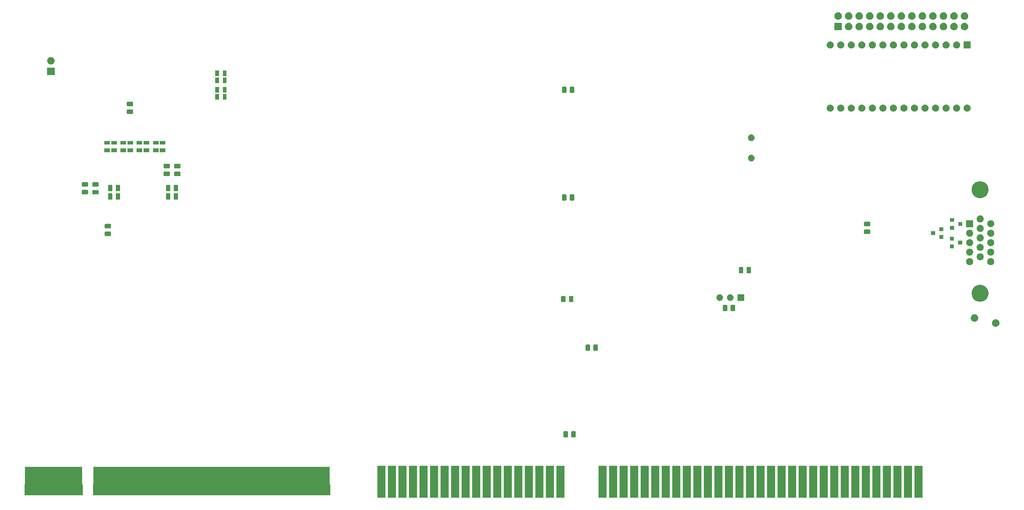
<source format=gbr>
G04 #@! TF.GenerationSoftware,KiCad,Pcbnew,(5.1.5)-3*
G04 #@! TF.CreationDate,2020-09-26T10:43:14+02:00*
G04 #@! TF.ProjectId,968,3936382e-6b69-4636-9164-5f7063625858,rev?*
G04 #@! TF.SameCoordinates,Original*
G04 #@! TF.FileFunction,Soldermask,Bot*
G04 #@! TF.FilePolarity,Negative*
%FSLAX46Y46*%
G04 Gerber Fmt 4.6, Leading zero omitted, Abs format (unit mm)*
G04 Created by KiCad (PCBNEW (5.1.5)-3) date 2020-09-26 10:43:14*
%MOMM*%
%LPD*%
G04 APERTURE LIST*
%ADD10C,0.100000*%
G04 APERTURE END LIST*
D10*
G36*
X99695000Y-155575000D02*
G01*
X42545000Y-155575000D01*
X42545000Y-153035000D01*
X99695000Y-153035000D01*
X99695000Y-155575000D01*
G37*
X99695000Y-155575000D02*
X42545000Y-155575000D01*
X42545000Y-153035000D01*
X99695000Y-153035000D01*
X99695000Y-155575000D01*
G36*
X40005000Y-155575000D02*
G01*
X26035000Y-155575000D01*
X26035000Y-153035000D01*
X40005000Y-153035000D01*
X40005000Y-155575000D01*
G37*
X40005000Y-155575000D02*
X26035000Y-155575000D01*
X26035000Y-153035000D01*
X40005000Y-153035000D01*
X40005000Y-155575000D01*
G36*
X209556000Y-156261000D02*
G01*
X207674000Y-156261000D01*
X207674000Y-148539000D01*
X209556000Y-148539000D01*
X209556000Y-156261000D01*
G37*
G36*
X242576000Y-156261000D02*
G01*
X240694000Y-156261000D01*
X240694000Y-148539000D01*
X242576000Y-148539000D01*
X242576000Y-156261000D01*
G37*
G36*
X240036000Y-156261000D02*
G01*
X238154000Y-156261000D01*
X238154000Y-148539000D01*
X240036000Y-148539000D01*
X240036000Y-156261000D01*
G37*
G36*
X237496000Y-156261000D02*
G01*
X235614000Y-156261000D01*
X235614000Y-148539000D01*
X237496000Y-148539000D01*
X237496000Y-156261000D01*
G37*
G36*
X234956000Y-156261000D02*
G01*
X233074000Y-156261000D01*
X233074000Y-148539000D01*
X234956000Y-148539000D01*
X234956000Y-156261000D01*
G37*
G36*
X232416000Y-156261000D02*
G01*
X230534000Y-156261000D01*
X230534000Y-148539000D01*
X232416000Y-148539000D01*
X232416000Y-156261000D01*
G37*
G36*
X229876000Y-156261000D02*
G01*
X227994000Y-156261000D01*
X227994000Y-148539000D01*
X229876000Y-148539000D01*
X229876000Y-156261000D01*
G37*
G36*
X227336000Y-156261000D02*
G01*
X225454000Y-156261000D01*
X225454000Y-148539000D01*
X227336000Y-148539000D01*
X227336000Y-156261000D01*
G37*
G36*
X224796000Y-156261000D02*
G01*
X222914000Y-156261000D01*
X222914000Y-148539000D01*
X224796000Y-148539000D01*
X224796000Y-156261000D01*
G37*
G36*
X222256000Y-156261000D02*
G01*
X220374000Y-156261000D01*
X220374000Y-148539000D01*
X222256000Y-148539000D01*
X222256000Y-156261000D01*
G37*
G36*
X219716000Y-156261000D02*
G01*
X217834000Y-156261000D01*
X217834000Y-148539000D01*
X219716000Y-148539000D01*
X219716000Y-156261000D01*
G37*
G36*
X217176000Y-156261000D02*
G01*
X215294000Y-156261000D01*
X215294000Y-148539000D01*
X217176000Y-148539000D01*
X217176000Y-156261000D01*
G37*
G36*
X214636000Y-156261000D02*
G01*
X212754000Y-156261000D01*
X212754000Y-148539000D01*
X214636000Y-148539000D01*
X214636000Y-156261000D01*
G37*
G36*
X212096000Y-156261000D02*
G01*
X210214000Y-156261000D01*
X210214000Y-148539000D01*
X212096000Y-148539000D01*
X212096000Y-156261000D01*
G37*
G36*
X207016000Y-156261000D02*
G01*
X205134000Y-156261000D01*
X205134000Y-148539000D01*
X207016000Y-148539000D01*
X207016000Y-156261000D01*
G37*
G36*
X204476000Y-156261000D02*
G01*
X202594000Y-156261000D01*
X202594000Y-148539000D01*
X204476000Y-148539000D01*
X204476000Y-156261000D01*
G37*
G36*
X201936000Y-156261000D02*
G01*
X200054000Y-156261000D01*
X200054000Y-148539000D01*
X201936000Y-148539000D01*
X201936000Y-156261000D01*
G37*
G36*
X199396000Y-156261000D02*
G01*
X197514000Y-156261000D01*
X197514000Y-148539000D01*
X199396000Y-148539000D01*
X199396000Y-156261000D01*
G37*
G36*
X196856000Y-156261000D02*
G01*
X194974000Y-156261000D01*
X194974000Y-148539000D01*
X196856000Y-148539000D01*
X196856000Y-156261000D01*
G37*
G36*
X194316000Y-156261000D02*
G01*
X192434000Y-156261000D01*
X192434000Y-148539000D01*
X194316000Y-148539000D01*
X194316000Y-156261000D01*
G37*
G36*
X191776000Y-156261000D02*
G01*
X189894000Y-156261000D01*
X189894000Y-148539000D01*
X191776000Y-148539000D01*
X191776000Y-156261000D01*
G37*
G36*
X189236000Y-156261000D02*
G01*
X187354000Y-156261000D01*
X187354000Y-148539000D01*
X189236000Y-148539000D01*
X189236000Y-156261000D01*
G37*
G36*
X186696000Y-156261000D02*
G01*
X184814000Y-156261000D01*
X184814000Y-148539000D01*
X186696000Y-148539000D01*
X186696000Y-156261000D01*
G37*
G36*
X184156000Y-156261000D02*
G01*
X182274000Y-156261000D01*
X182274000Y-148539000D01*
X184156000Y-148539000D01*
X184156000Y-156261000D01*
G37*
G36*
X140976000Y-156261000D02*
G01*
X139094000Y-156261000D01*
X139094000Y-148539000D01*
X140976000Y-148539000D01*
X140976000Y-156261000D01*
G37*
G36*
X181616000Y-156261000D02*
G01*
X179734000Y-156261000D01*
X179734000Y-148539000D01*
X181616000Y-148539000D01*
X181616000Y-156261000D01*
G37*
G36*
X179076000Y-156261000D02*
G01*
X177194000Y-156261000D01*
X177194000Y-148539000D01*
X179076000Y-148539000D01*
X179076000Y-156261000D01*
G37*
G36*
X176536000Y-156261000D02*
G01*
X174654000Y-156261000D01*
X174654000Y-148539000D01*
X176536000Y-148539000D01*
X176536000Y-156261000D01*
G37*
G36*
X173996000Y-156261000D02*
G01*
X172114000Y-156261000D01*
X172114000Y-148539000D01*
X173996000Y-148539000D01*
X173996000Y-156261000D01*
G37*
G36*
X171456000Y-156261000D02*
G01*
X169574000Y-156261000D01*
X169574000Y-148539000D01*
X171456000Y-148539000D01*
X171456000Y-156261000D01*
G37*
G36*
X168916000Y-156261000D02*
G01*
X167034000Y-156261000D01*
X167034000Y-148539000D01*
X168916000Y-148539000D01*
X168916000Y-156261000D01*
G37*
G36*
X166376000Y-156261000D02*
G01*
X164494000Y-156261000D01*
X164494000Y-148539000D01*
X166376000Y-148539000D01*
X166376000Y-156261000D01*
G37*
G36*
X156216000Y-156261000D02*
G01*
X154334000Y-156261000D01*
X154334000Y-148539000D01*
X156216000Y-148539000D01*
X156216000Y-156261000D01*
G37*
G36*
X153676000Y-156261000D02*
G01*
X151794000Y-156261000D01*
X151794000Y-148539000D01*
X153676000Y-148539000D01*
X153676000Y-156261000D01*
G37*
G36*
X151136000Y-156261000D02*
G01*
X149254000Y-156261000D01*
X149254000Y-148539000D01*
X151136000Y-148539000D01*
X151136000Y-156261000D01*
G37*
G36*
X148596000Y-156261000D02*
G01*
X146714000Y-156261000D01*
X146714000Y-148539000D01*
X148596000Y-148539000D01*
X148596000Y-156261000D01*
G37*
G36*
X146056000Y-156261000D02*
G01*
X144174000Y-156261000D01*
X144174000Y-148539000D01*
X146056000Y-148539000D01*
X146056000Y-156261000D01*
G37*
G36*
X143516000Y-156261000D02*
G01*
X141634000Y-156261000D01*
X141634000Y-148539000D01*
X143516000Y-148539000D01*
X143516000Y-156261000D01*
G37*
G36*
X138436000Y-156261000D02*
G01*
X136554000Y-156261000D01*
X136554000Y-148539000D01*
X138436000Y-148539000D01*
X138436000Y-156261000D01*
G37*
G36*
X135896000Y-156261000D02*
G01*
X134014000Y-156261000D01*
X134014000Y-148539000D01*
X135896000Y-148539000D01*
X135896000Y-156261000D01*
G37*
G36*
X133356000Y-156261000D02*
G01*
X131474000Y-156261000D01*
X131474000Y-148539000D01*
X133356000Y-148539000D01*
X133356000Y-156261000D01*
G37*
G36*
X130816000Y-156261000D02*
G01*
X128934000Y-156261000D01*
X128934000Y-148539000D01*
X130816000Y-148539000D01*
X130816000Y-156261000D01*
G37*
G36*
X128276000Y-156261000D02*
G01*
X126394000Y-156261000D01*
X126394000Y-148539000D01*
X128276000Y-148539000D01*
X128276000Y-156261000D01*
G37*
G36*
X125736000Y-156261000D02*
G01*
X123854000Y-156261000D01*
X123854000Y-148539000D01*
X125736000Y-148539000D01*
X125736000Y-156261000D01*
G37*
G36*
X123196000Y-156261000D02*
G01*
X121314000Y-156261000D01*
X121314000Y-148539000D01*
X123196000Y-148539000D01*
X123196000Y-156261000D01*
G37*
G36*
X120656000Y-156261000D02*
G01*
X118774000Y-156261000D01*
X118774000Y-148539000D01*
X120656000Y-148539000D01*
X120656000Y-156261000D01*
G37*
G36*
X118116000Y-156261000D02*
G01*
X116234000Y-156261000D01*
X116234000Y-148539000D01*
X118116000Y-148539000D01*
X118116000Y-156261000D01*
G37*
G36*
X115576000Y-156261000D02*
G01*
X113694000Y-156261000D01*
X113694000Y-148539000D01*
X115576000Y-148539000D01*
X115576000Y-156261000D01*
G37*
G36*
X113036000Y-156261000D02*
G01*
X111154000Y-156261000D01*
X111154000Y-148539000D01*
X113036000Y-148539000D01*
X113036000Y-156261000D01*
G37*
G36*
X39931000Y-153476000D02*
G01*
X26109000Y-153476000D01*
X26109000Y-148804000D01*
X39931000Y-148804000D01*
X39931000Y-153476000D01*
G37*
G36*
X99621000Y-153466000D02*
G01*
X47675999Y-153466000D01*
X47651613Y-153468402D01*
X47628164Y-153475515D01*
X47627257Y-153476000D01*
X42619000Y-153476000D01*
X42619000Y-148804000D01*
X47574001Y-148804000D01*
X47598387Y-148801598D01*
X47621836Y-148794485D01*
X47622743Y-148794000D01*
X99621000Y-148794000D01*
X99621000Y-153466000D01*
G37*
G36*
X158789468Y-140223565D02*
G01*
X158828138Y-140235296D01*
X158863777Y-140254346D01*
X158895017Y-140279983D01*
X158920654Y-140311223D01*
X158939704Y-140346862D01*
X158951435Y-140385532D01*
X158956000Y-140431888D01*
X158956000Y-141508112D01*
X158951435Y-141554468D01*
X158939704Y-141593138D01*
X158920654Y-141628777D01*
X158895017Y-141660017D01*
X158863777Y-141685654D01*
X158828138Y-141704704D01*
X158789468Y-141716435D01*
X158743112Y-141721000D01*
X158091888Y-141721000D01*
X158045532Y-141716435D01*
X158006862Y-141704704D01*
X157971223Y-141685654D01*
X157939983Y-141660017D01*
X157914346Y-141628777D01*
X157895296Y-141593138D01*
X157883565Y-141554468D01*
X157879000Y-141508112D01*
X157879000Y-140431888D01*
X157883565Y-140385532D01*
X157895296Y-140346862D01*
X157914346Y-140311223D01*
X157939983Y-140279983D01*
X157971223Y-140254346D01*
X158006862Y-140235296D01*
X158045532Y-140223565D01*
X158091888Y-140219000D01*
X158743112Y-140219000D01*
X158789468Y-140223565D01*
G37*
G36*
X156914468Y-140223565D02*
G01*
X156953138Y-140235296D01*
X156988777Y-140254346D01*
X157020017Y-140279983D01*
X157045654Y-140311223D01*
X157064704Y-140346862D01*
X157076435Y-140385532D01*
X157081000Y-140431888D01*
X157081000Y-141508112D01*
X157076435Y-141554468D01*
X157064704Y-141593138D01*
X157045654Y-141628777D01*
X157020017Y-141660017D01*
X156988777Y-141685654D01*
X156953138Y-141704704D01*
X156914468Y-141716435D01*
X156868112Y-141721000D01*
X156216888Y-141721000D01*
X156170532Y-141716435D01*
X156131862Y-141704704D01*
X156096223Y-141685654D01*
X156064983Y-141660017D01*
X156039346Y-141628777D01*
X156020296Y-141593138D01*
X156008565Y-141554468D01*
X156004000Y-141508112D01*
X156004000Y-140431888D01*
X156008565Y-140385532D01*
X156020296Y-140346862D01*
X156039346Y-140311223D01*
X156064983Y-140279983D01*
X156096223Y-140254346D01*
X156131862Y-140235296D01*
X156170532Y-140223565D01*
X156216888Y-140219000D01*
X156868112Y-140219000D01*
X156914468Y-140223565D01*
G37*
G36*
X162260569Y-119304388D02*
G01*
X162299239Y-119316119D01*
X162334878Y-119335169D01*
X162366118Y-119360806D01*
X162391755Y-119392046D01*
X162410805Y-119427685D01*
X162422536Y-119466355D01*
X162427101Y-119512711D01*
X162427101Y-120588935D01*
X162422536Y-120635291D01*
X162410805Y-120673961D01*
X162391755Y-120709600D01*
X162366118Y-120740840D01*
X162334878Y-120766477D01*
X162299239Y-120785527D01*
X162260569Y-120797258D01*
X162214213Y-120801823D01*
X161562989Y-120801823D01*
X161516633Y-120797258D01*
X161477963Y-120785527D01*
X161442324Y-120766477D01*
X161411084Y-120740840D01*
X161385447Y-120709600D01*
X161366397Y-120673961D01*
X161354666Y-120635291D01*
X161350101Y-120588935D01*
X161350101Y-119512711D01*
X161354666Y-119466355D01*
X161366397Y-119427685D01*
X161385447Y-119392046D01*
X161411084Y-119360806D01*
X161442324Y-119335169D01*
X161477963Y-119316119D01*
X161516633Y-119304388D01*
X161562989Y-119299823D01*
X162214213Y-119299823D01*
X162260569Y-119304388D01*
G37*
G36*
X164135569Y-119304388D02*
G01*
X164174239Y-119316119D01*
X164209878Y-119335169D01*
X164241118Y-119360806D01*
X164266755Y-119392046D01*
X164285805Y-119427685D01*
X164297536Y-119466355D01*
X164302101Y-119512711D01*
X164302101Y-120588935D01*
X164297536Y-120635291D01*
X164285805Y-120673961D01*
X164266755Y-120709600D01*
X164241118Y-120740840D01*
X164209878Y-120766477D01*
X164174239Y-120785527D01*
X164135569Y-120797258D01*
X164089213Y-120801823D01*
X163437989Y-120801823D01*
X163391633Y-120797258D01*
X163352963Y-120785527D01*
X163317324Y-120766477D01*
X163286084Y-120740840D01*
X163260447Y-120709600D01*
X163241397Y-120673961D01*
X163229666Y-120635291D01*
X163225101Y-120588935D01*
X163225101Y-119512711D01*
X163229666Y-119466355D01*
X163241397Y-119427685D01*
X163260447Y-119392046D01*
X163286084Y-119360806D01*
X163317324Y-119335169D01*
X163352963Y-119316119D01*
X163391633Y-119304388D01*
X163437989Y-119299823D01*
X164089213Y-119299823D01*
X164135569Y-119304388D01*
G37*
G36*
X260507270Y-113231816D02*
G01*
X260672153Y-113300113D01*
X260820539Y-113399261D01*
X260946739Y-113525461D01*
X261045887Y-113673847D01*
X261114184Y-113838730D01*
X261149000Y-114013765D01*
X261149000Y-114192235D01*
X261114184Y-114367270D01*
X261045887Y-114532153D01*
X260946739Y-114680539D01*
X260820539Y-114806739D01*
X260672153Y-114905887D01*
X260507270Y-114974184D01*
X260332235Y-115009000D01*
X260153765Y-115009000D01*
X259978730Y-114974184D01*
X259813847Y-114905887D01*
X259665461Y-114806739D01*
X259539261Y-114680539D01*
X259440113Y-114532153D01*
X259371816Y-114367270D01*
X259337000Y-114192235D01*
X259337000Y-114013765D01*
X259371816Y-113838730D01*
X259440113Y-113673847D01*
X259539261Y-113525461D01*
X259665461Y-113399261D01*
X259813847Y-113300113D01*
X259978730Y-113231816D01*
X260153765Y-113197000D01*
X260332235Y-113197000D01*
X260507270Y-113231816D01*
G37*
G36*
X255407270Y-112031816D02*
G01*
X255572153Y-112100113D01*
X255720539Y-112199261D01*
X255846739Y-112325461D01*
X255945887Y-112473847D01*
X256014184Y-112638730D01*
X256049000Y-112813765D01*
X256049000Y-112992235D01*
X256014184Y-113167270D01*
X255945887Y-113332153D01*
X255846739Y-113480539D01*
X255720539Y-113606739D01*
X255572153Y-113705887D01*
X255407270Y-113774184D01*
X255232235Y-113809000D01*
X255053765Y-113809000D01*
X254878730Y-113774184D01*
X254713847Y-113705887D01*
X254565461Y-113606739D01*
X254439261Y-113480539D01*
X254340113Y-113332153D01*
X254271816Y-113167270D01*
X254237000Y-112992235D01*
X254237000Y-112813765D01*
X254271816Y-112638730D01*
X254340113Y-112473847D01*
X254439261Y-112325461D01*
X254565461Y-112199261D01*
X254713847Y-112100113D01*
X254878730Y-112031816D01*
X255053765Y-111997000D01*
X255232235Y-111997000D01*
X255407270Y-112031816D01*
G37*
G36*
X195346968Y-109743565D02*
G01*
X195385638Y-109755296D01*
X195421277Y-109774346D01*
X195452517Y-109799983D01*
X195478154Y-109831223D01*
X195497204Y-109866862D01*
X195508935Y-109905532D01*
X195513500Y-109951888D01*
X195513500Y-111028112D01*
X195508935Y-111074468D01*
X195497204Y-111113138D01*
X195478154Y-111148777D01*
X195452517Y-111180017D01*
X195421277Y-111205654D01*
X195385638Y-111224704D01*
X195346968Y-111236435D01*
X195300612Y-111241000D01*
X194649388Y-111241000D01*
X194603032Y-111236435D01*
X194564362Y-111224704D01*
X194528723Y-111205654D01*
X194497483Y-111180017D01*
X194471846Y-111148777D01*
X194452796Y-111113138D01*
X194441065Y-111074468D01*
X194436500Y-111028112D01*
X194436500Y-109951888D01*
X194441065Y-109905532D01*
X194452796Y-109866862D01*
X194471846Y-109831223D01*
X194497483Y-109799983D01*
X194528723Y-109774346D01*
X194564362Y-109755296D01*
X194603032Y-109743565D01*
X194649388Y-109739000D01*
X195300612Y-109739000D01*
X195346968Y-109743565D01*
G37*
G36*
X197221968Y-109743565D02*
G01*
X197260638Y-109755296D01*
X197296277Y-109774346D01*
X197327517Y-109799983D01*
X197353154Y-109831223D01*
X197372204Y-109866862D01*
X197383935Y-109905532D01*
X197388500Y-109951888D01*
X197388500Y-111028112D01*
X197383935Y-111074468D01*
X197372204Y-111113138D01*
X197353154Y-111148777D01*
X197327517Y-111180017D01*
X197296277Y-111205654D01*
X197260638Y-111224704D01*
X197221968Y-111236435D01*
X197175612Y-111241000D01*
X196524388Y-111241000D01*
X196478032Y-111236435D01*
X196439362Y-111224704D01*
X196403723Y-111205654D01*
X196372483Y-111180017D01*
X196346846Y-111148777D01*
X196327796Y-111113138D01*
X196316065Y-111074468D01*
X196311500Y-111028112D01*
X196311500Y-109951888D01*
X196316065Y-109905532D01*
X196327796Y-109866862D01*
X196346846Y-109831223D01*
X196372483Y-109799983D01*
X196403723Y-109774346D01*
X196439362Y-109755296D01*
X196478032Y-109743565D01*
X196524388Y-109739000D01*
X197175612Y-109739000D01*
X197221968Y-109743565D01*
G37*
G36*
X156346122Y-107572719D02*
G01*
X156384792Y-107584450D01*
X156420431Y-107603500D01*
X156451671Y-107629137D01*
X156477308Y-107660377D01*
X156496358Y-107696016D01*
X156508089Y-107734686D01*
X156512654Y-107781042D01*
X156512654Y-108857266D01*
X156508089Y-108903622D01*
X156496358Y-108942292D01*
X156477308Y-108977931D01*
X156451671Y-109009171D01*
X156420431Y-109034808D01*
X156384792Y-109053858D01*
X156346122Y-109065589D01*
X156299766Y-109070154D01*
X155648542Y-109070154D01*
X155602186Y-109065589D01*
X155563516Y-109053858D01*
X155527877Y-109034808D01*
X155496637Y-109009171D01*
X155471000Y-108977931D01*
X155451950Y-108942292D01*
X155440219Y-108903622D01*
X155435654Y-108857266D01*
X155435654Y-107781042D01*
X155440219Y-107734686D01*
X155451950Y-107696016D01*
X155471000Y-107660377D01*
X155496637Y-107629137D01*
X155527877Y-107603500D01*
X155563516Y-107584450D01*
X155602186Y-107572719D01*
X155648542Y-107568154D01*
X156299766Y-107568154D01*
X156346122Y-107572719D01*
G37*
G36*
X158221122Y-107572719D02*
G01*
X158259792Y-107584450D01*
X158295431Y-107603500D01*
X158326671Y-107629137D01*
X158352308Y-107660377D01*
X158371358Y-107696016D01*
X158383089Y-107734686D01*
X158387654Y-107781042D01*
X158387654Y-108857266D01*
X158383089Y-108903622D01*
X158371358Y-108942292D01*
X158352308Y-108977931D01*
X158326671Y-109009171D01*
X158295431Y-109034808D01*
X158259792Y-109053858D01*
X158221122Y-109065589D01*
X158174766Y-109070154D01*
X157523542Y-109070154D01*
X157477186Y-109065589D01*
X157438516Y-109053858D01*
X157402877Y-109034808D01*
X157371637Y-109009171D01*
X157346000Y-108977931D01*
X157326950Y-108942292D01*
X157315219Y-108903622D01*
X157310654Y-108857266D01*
X157310654Y-107781042D01*
X157315219Y-107734686D01*
X157326950Y-107696016D01*
X157346000Y-107660377D01*
X157371637Y-107629137D01*
X157402877Y-107603500D01*
X157438516Y-107584450D01*
X157477186Y-107572719D01*
X157523542Y-107568154D01*
X158174766Y-107568154D01*
X158221122Y-107572719D01*
G37*
G36*
X257074754Y-104961818D02*
G01*
X257448011Y-105116426D01*
X257448013Y-105116427D01*
X257783936Y-105340884D01*
X258069616Y-105626564D01*
X258294074Y-105962489D01*
X258448682Y-106335746D01*
X258527500Y-106731993D01*
X258527500Y-107136007D01*
X258448682Y-107532254D01*
X258308324Y-107871108D01*
X258294073Y-107905513D01*
X258069616Y-108241436D01*
X257783936Y-108527116D01*
X257448013Y-108751573D01*
X257448012Y-108751574D01*
X257448011Y-108751574D01*
X257074754Y-108906182D01*
X256678507Y-108985000D01*
X256274493Y-108985000D01*
X255878246Y-108906182D01*
X255504989Y-108751574D01*
X255504988Y-108751574D01*
X255504987Y-108751573D01*
X255169064Y-108527116D01*
X254883384Y-108241436D01*
X254658927Y-107905513D01*
X254644676Y-107871108D01*
X254504318Y-107532254D01*
X254425500Y-107136007D01*
X254425500Y-106731993D01*
X254504318Y-106335746D01*
X254658926Y-105962489D01*
X254883384Y-105626564D01*
X255169064Y-105340884D01*
X255504987Y-105116427D01*
X255504989Y-105116426D01*
X255878246Y-104961818D01*
X256274493Y-104883000D01*
X256678507Y-104883000D01*
X257074754Y-104961818D01*
G37*
G36*
X199556000Y-108751000D02*
G01*
X197954000Y-108751000D01*
X197954000Y-107149000D01*
X199556000Y-107149000D01*
X199556000Y-108751000D01*
G37*
G36*
X193908642Y-107179781D02*
G01*
X194054414Y-107240162D01*
X194054416Y-107240163D01*
X194185608Y-107327822D01*
X194297178Y-107439392D01*
X194383213Y-107568154D01*
X194384838Y-107570586D01*
X194445219Y-107716358D01*
X194476000Y-107871107D01*
X194476000Y-108028893D01*
X194445219Y-108183642D01*
X194384838Y-108329414D01*
X194384837Y-108329416D01*
X194297178Y-108460608D01*
X194185608Y-108572178D01*
X194054416Y-108659837D01*
X194054415Y-108659838D01*
X194054414Y-108659838D01*
X193908642Y-108720219D01*
X193753893Y-108751000D01*
X193596107Y-108751000D01*
X193441358Y-108720219D01*
X193295586Y-108659838D01*
X193295585Y-108659838D01*
X193295584Y-108659837D01*
X193164392Y-108572178D01*
X193052822Y-108460608D01*
X192965163Y-108329416D01*
X192965162Y-108329414D01*
X192904781Y-108183642D01*
X192874000Y-108028893D01*
X192874000Y-107871107D01*
X192904781Y-107716358D01*
X192965162Y-107570586D01*
X192966787Y-107568154D01*
X193052822Y-107439392D01*
X193164392Y-107327822D01*
X193295584Y-107240163D01*
X193295586Y-107240162D01*
X193441358Y-107179781D01*
X193596107Y-107149000D01*
X193753893Y-107149000D01*
X193908642Y-107179781D01*
G37*
G36*
X196448642Y-107179781D02*
G01*
X196594414Y-107240162D01*
X196594416Y-107240163D01*
X196725608Y-107327822D01*
X196837178Y-107439392D01*
X196923213Y-107568154D01*
X196924838Y-107570586D01*
X196985219Y-107716358D01*
X197016000Y-107871107D01*
X197016000Y-108028893D01*
X196985219Y-108183642D01*
X196924838Y-108329414D01*
X196924837Y-108329416D01*
X196837178Y-108460608D01*
X196725608Y-108572178D01*
X196594416Y-108659837D01*
X196594415Y-108659838D01*
X196594414Y-108659838D01*
X196448642Y-108720219D01*
X196293893Y-108751000D01*
X196136107Y-108751000D01*
X195981358Y-108720219D01*
X195835586Y-108659838D01*
X195835585Y-108659838D01*
X195835584Y-108659837D01*
X195704392Y-108572178D01*
X195592822Y-108460608D01*
X195505163Y-108329416D01*
X195505162Y-108329414D01*
X195444781Y-108183642D01*
X195414000Y-108028893D01*
X195414000Y-107871107D01*
X195444781Y-107716358D01*
X195505162Y-107570586D01*
X195506787Y-107568154D01*
X195592822Y-107439392D01*
X195704392Y-107327822D01*
X195835584Y-107240163D01*
X195835586Y-107240162D01*
X195981358Y-107179781D01*
X196136107Y-107149000D01*
X196293893Y-107149000D01*
X196448642Y-107179781D01*
G37*
G36*
X201080468Y-100599565D02*
G01*
X201119138Y-100611296D01*
X201154777Y-100630346D01*
X201186017Y-100655983D01*
X201211654Y-100687223D01*
X201230704Y-100722862D01*
X201242435Y-100761532D01*
X201247000Y-100807888D01*
X201247000Y-101884112D01*
X201242435Y-101930468D01*
X201230704Y-101969138D01*
X201211654Y-102004777D01*
X201186017Y-102036017D01*
X201154777Y-102061654D01*
X201119138Y-102080704D01*
X201080468Y-102092435D01*
X201034112Y-102097000D01*
X200382888Y-102097000D01*
X200336532Y-102092435D01*
X200297862Y-102080704D01*
X200262223Y-102061654D01*
X200230983Y-102036017D01*
X200205346Y-102004777D01*
X200186296Y-101969138D01*
X200174565Y-101930468D01*
X200170000Y-101884112D01*
X200170000Y-100807888D01*
X200174565Y-100761532D01*
X200186296Y-100722862D01*
X200205346Y-100687223D01*
X200230983Y-100655983D01*
X200262223Y-100630346D01*
X200297862Y-100611296D01*
X200336532Y-100599565D01*
X200382888Y-100595000D01*
X201034112Y-100595000D01*
X201080468Y-100599565D01*
G37*
G36*
X199205468Y-100599565D02*
G01*
X199244138Y-100611296D01*
X199279777Y-100630346D01*
X199311017Y-100655983D01*
X199336654Y-100687223D01*
X199355704Y-100722862D01*
X199367435Y-100761532D01*
X199372000Y-100807888D01*
X199372000Y-101884112D01*
X199367435Y-101930468D01*
X199355704Y-101969138D01*
X199336654Y-102004777D01*
X199311017Y-102036017D01*
X199279777Y-102061654D01*
X199244138Y-102080704D01*
X199205468Y-102092435D01*
X199159112Y-102097000D01*
X198507888Y-102097000D01*
X198461532Y-102092435D01*
X198422862Y-102080704D01*
X198387223Y-102061654D01*
X198355983Y-102036017D01*
X198330346Y-102004777D01*
X198311296Y-101969138D01*
X198299565Y-101930468D01*
X198295000Y-101884112D01*
X198295000Y-100807888D01*
X198299565Y-100761532D01*
X198311296Y-100722862D01*
X198330346Y-100687223D01*
X198355983Y-100655983D01*
X198387223Y-100630346D01*
X198422862Y-100611296D01*
X198461532Y-100599565D01*
X198507888Y-100595000D01*
X199159112Y-100595000D01*
X199205468Y-100599565D01*
G37*
G36*
X259305228Y-98460703D02*
G01*
X259460100Y-98524853D01*
X259599481Y-98617985D01*
X259718015Y-98736519D01*
X259811147Y-98875900D01*
X259875297Y-99030772D01*
X259908000Y-99195184D01*
X259908000Y-99362816D01*
X259875297Y-99527228D01*
X259811147Y-99682100D01*
X259718015Y-99821481D01*
X259599481Y-99940015D01*
X259460100Y-100033147D01*
X259305228Y-100097297D01*
X259140816Y-100130000D01*
X258973184Y-100130000D01*
X258808772Y-100097297D01*
X258653900Y-100033147D01*
X258514519Y-99940015D01*
X258395985Y-99821481D01*
X258302853Y-99682100D01*
X258238703Y-99527228D01*
X258206000Y-99362816D01*
X258206000Y-99195184D01*
X258238703Y-99030772D01*
X258302853Y-98875900D01*
X258395985Y-98736519D01*
X258514519Y-98617985D01*
X258653900Y-98524853D01*
X258808772Y-98460703D01*
X258973184Y-98428000D01*
X259140816Y-98428000D01*
X259305228Y-98460703D01*
G37*
G36*
X254225228Y-98460703D02*
G01*
X254380100Y-98524853D01*
X254519481Y-98617985D01*
X254638015Y-98736519D01*
X254731147Y-98875900D01*
X254795297Y-99030772D01*
X254828000Y-99195184D01*
X254828000Y-99362816D01*
X254795297Y-99527228D01*
X254731147Y-99682100D01*
X254638015Y-99821481D01*
X254519481Y-99940015D01*
X254380100Y-100033147D01*
X254225228Y-100097297D01*
X254060816Y-100130000D01*
X253893184Y-100130000D01*
X253728772Y-100097297D01*
X253573900Y-100033147D01*
X253434519Y-99940015D01*
X253315985Y-99821481D01*
X253222853Y-99682100D01*
X253158703Y-99527228D01*
X253126000Y-99362816D01*
X253126000Y-99195184D01*
X253158703Y-99030772D01*
X253222853Y-98875900D01*
X253315985Y-98736519D01*
X253434519Y-98617985D01*
X253573900Y-98524853D01*
X253728772Y-98460703D01*
X253893184Y-98428000D01*
X254060816Y-98428000D01*
X254225228Y-98460703D01*
G37*
G36*
X256765228Y-97315703D02*
G01*
X256920100Y-97379853D01*
X257059481Y-97472985D01*
X257178015Y-97591519D01*
X257271147Y-97730900D01*
X257335297Y-97885772D01*
X257368000Y-98050184D01*
X257368000Y-98217816D01*
X257335297Y-98382228D01*
X257271147Y-98537100D01*
X257178015Y-98676481D01*
X257059481Y-98795015D01*
X256920100Y-98888147D01*
X256765228Y-98952297D01*
X256600816Y-98985000D01*
X256433184Y-98985000D01*
X256268772Y-98952297D01*
X256113900Y-98888147D01*
X255974519Y-98795015D01*
X255855985Y-98676481D01*
X255762853Y-98537100D01*
X255698703Y-98382228D01*
X255666000Y-98217816D01*
X255666000Y-98050184D01*
X255698703Y-97885772D01*
X255762853Y-97730900D01*
X255855985Y-97591519D01*
X255974519Y-97472985D01*
X256113900Y-97379853D01*
X256268772Y-97315703D01*
X256433184Y-97283000D01*
X256600816Y-97283000D01*
X256765228Y-97315703D01*
G37*
G36*
X259305228Y-96170703D02*
G01*
X259460100Y-96234853D01*
X259599481Y-96327985D01*
X259718015Y-96446519D01*
X259811147Y-96585900D01*
X259875297Y-96740772D01*
X259908000Y-96905184D01*
X259908000Y-97072816D01*
X259875297Y-97237228D01*
X259811147Y-97392100D01*
X259718015Y-97531481D01*
X259599481Y-97650015D01*
X259460100Y-97743147D01*
X259305228Y-97807297D01*
X259140816Y-97840000D01*
X258973184Y-97840000D01*
X258808772Y-97807297D01*
X258653900Y-97743147D01*
X258514519Y-97650015D01*
X258395985Y-97531481D01*
X258302853Y-97392100D01*
X258238703Y-97237228D01*
X258206000Y-97072816D01*
X258206000Y-96905184D01*
X258238703Y-96740772D01*
X258302853Y-96585900D01*
X258395985Y-96446519D01*
X258514519Y-96327985D01*
X258653900Y-96234853D01*
X258808772Y-96170703D01*
X258973184Y-96138000D01*
X259140816Y-96138000D01*
X259305228Y-96170703D01*
G37*
G36*
X254225228Y-96170703D02*
G01*
X254380100Y-96234853D01*
X254519481Y-96327985D01*
X254638015Y-96446519D01*
X254731147Y-96585900D01*
X254795297Y-96740772D01*
X254828000Y-96905184D01*
X254828000Y-97072816D01*
X254795297Y-97237228D01*
X254731147Y-97392100D01*
X254638015Y-97531481D01*
X254519481Y-97650015D01*
X254380100Y-97743147D01*
X254225228Y-97807297D01*
X254060816Y-97840000D01*
X253893184Y-97840000D01*
X253728772Y-97807297D01*
X253573900Y-97743147D01*
X253434519Y-97650015D01*
X253315985Y-97531481D01*
X253222853Y-97392100D01*
X253158703Y-97237228D01*
X253126000Y-97072816D01*
X253126000Y-96905184D01*
X253158703Y-96740772D01*
X253222853Y-96585900D01*
X253315985Y-96446519D01*
X253434519Y-96327985D01*
X253573900Y-96234853D01*
X253728772Y-96170703D01*
X253893184Y-96138000D01*
X254060816Y-96138000D01*
X254225228Y-96170703D01*
G37*
G36*
X256765228Y-95025703D02*
G01*
X256920100Y-95089853D01*
X257059481Y-95182985D01*
X257178015Y-95301519D01*
X257271147Y-95440900D01*
X257335297Y-95595772D01*
X257368000Y-95760184D01*
X257368000Y-95927816D01*
X257335297Y-96092228D01*
X257271147Y-96247100D01*
X257178015Y-96386481D01*
X257059481Y-96505015D01*
X256920100Y-96598147D01*
X256765228Y-96662297D01*
X256600816Y-96695000D01*
X256433184Y-96695000D01*
X256268772Y-96662297D01*
X256113900Y-96598147D01*
X255974519Y-96505015D01*
X255855985Y-96386481D01*
X255762853Y-96247100D01*
X255698703Y-96092228D01*
X255666000Y-95927816D01*
X255666000Y-95760184D01*
X255698703Y-95595772D01*
X255762853Y-95440900D01*
X255855985Y-95301519D01*
X255974519Y-95182985D01*
X256113900Y-95089853D01*
X256268772Y-95025703D01*
X256433184Y-94993000D01*
X256600816Y-94993000D01*
X256765228Y-95025703D01*
G37*
G36*
X250183000Y-96082000D02*
G01*
X249181000Y-96082000D01*
X249181000Y-95180000D01*
X250183000Y-95180000D01*
X250183000Y-96082000D01*
G37*
G36*
X259305228Y-93880703D02*
G01*
X259460100Y-93944853D01*
X259599481Y-94037985D01*
X259718015Y-94156519D01*
X259811147Y-94295900D01*
X259875297Y-94450772D01*
X259908000Y-94615184D01*
X259908000Y-94782816D01*
X259875297Y-94947228D01*
X259811147Y-95102100D01*
X259718015Y-95241481D01*
X259599481Y-95360015D01*
X259460100Y-95453147D01*
X259305228Y-95517297D01*
X259140816Y-95550000D01*
X258973184Y-95550000D01*
X258808772Y-95517297D01*
X258653900Y-95453147D01*
X258514519Y-95360015D01*
X258395985Y-95241481D01*
X258302853Y-95102100D01*
X258238703Y-94947228D01*
X258206000Y-94782816D01*
X258206000Y-94615184D01*
X258238703Y-94450772D01*
X258302853Y-94295900D01*
X258395985Y-94156519D01*
X258514519Y-94037985D01*
X258653900Y-93944853D01*
X258808772Y-93880703D01*
X258973184Y-93848000D01*
X259140816Y-93848000D01*
X259305228Y-93880703D01*
G37*
G36*
X254225228Y-93880703D02*
G01*
X254380100Y-93944853D01*
X254519481Y-94037985D01*
X254638015Y-94156519D01*
X254731147Y-94295900D01*
X254795297Y-94450772D01*
X254828000Y-94615184D01*
X254828000Y-94782816D01*
X254795297Y-94947228D01*
X254731147Y-95102100D01*
X254638015Y-95241481D01*
X254519481Y-95360015D01*
X254380100Y-95453147D01*
X254225228Y-95517297D01*
X254060816Y-95550000D01*
X253893184Y-95550000D01*
X253728772Y-95517297D01*
X253573900Y-95453147D01*
X253434519Y-95360015D01*
X253315985Y-95241481D01*
X253222853Y-95102100D01*
X253158703Y-94947228D01*
X253126000Y-94782816D01*
X253126000Y-94615184D01*
X253158703Y-94450772D01*
X253222853Y-94295900D01*
X253315985Y-94156519D01*
X253434519Y-94037985D01*
X253573900Y-93944853D01*
X253728772Y-93880703D01*
X253893184Y-93848000D01*
X254060816Y-93848000D01*
X254225228Y-93880703D01*
G37*
G36*
X252183000Y-95132000D02*
G01*
X251181000Y-95132000D01*
X251181000Y-94230000D01*
X252183000Y-94230000D01*
X252183000Y-95132000D01*
G37*
G36*
X256765228Y-92735703D02*
G01*
X256920100Y-92799853D01*
X257059481Y-92892985D01*
X257178015Y-93011519D01*
X257271147Y-93150900D01*
X257335297Y-93305772D01*
X257368000Y-93470184D01*
X257368000Y-93637816D01*
X257335297Y-93802228D01*
X257271147Y-93957100D01*
X257178015Y-94096481D01*
X257059481Y-94215015D01*
X256920100Y-94308147D01*
X256765228Y-94372297D01*
X256600816Y-94405000D01*
X256433184Y-94405000D01*
X256268772Y-94372297D01*
X256113900Y-94308147D01*
X255974519Y-94215015D01*
X255855985Y-94096481D01*
X255762853Y-93957100D01*
X255698703Y-93802228D01*
X255666000Y-93637816D01*
X255666000Y-93470184D01*
X255698703Y-93305772D01*
X255762853Y-93150900D01*
X255855985Y-93011519D01*
X255974519Y-92892985D01*
X256113900Y-92799853D01*
X256268772Y-92735703D01*
X256433184Y-92703000D01*
X256600816Y-92703000D01*
X256765228Y-92735703D01*
G37*
G36*
X250183000Y-94182000D02*
G01*
X249181000Y-94182000D01*
X249181000Y-93280000D01*
X250183000Y-93280000D01*
X250183000Y-94182000D01*
G37*
G36*
X247643000Y-93791000D02*
G01*
X246641000Y-93791000D01*
X246641000Y-92889000D01*
X247643000Y-92889000D01*
X247643000Y-93791000D01*
G37*
G36*
X254225228Y-91590703D02*
G01*
X254380100Y-91654853D01*
X254519481Y-91747985D01*
X254638015Y-91866519D01*
X254731147Y-92005900D01*
X254795297Y-92160772D01*
X254828000Y-92325184D01*
X254828000Y-92492816D01*
X254795297Y-92657228D01*
X254731147Y-92812100D01*
X254638015Y-92951481D01*
X254519481Y-93070015D01*
X254380100Y-93163147D01*
X254225228Y-93227297D01*
X254060816Y-93260000D01*
X253893184Y-93260000D01*
X253728772Y-93227297D01*
X253573900Y-93163147D01*
X253434519Y-93070015D01*
X253315985Y-92951481D01*
X253222853Y-92812100D01*
X253158703Y-92657228D01*
X253126000Y-92492816D01*
X253126000Y-92325184D01*
X253158703Y-92160772D01*
X253222853Y-92005900D01*
X253315985Y-91866519D01*
X253434519Y-91747985D01*
X253573900Y-91654853D01*
X253728772Y-91590703D01*
X253893184Y-91558000D01*
X254060816Y-91558000D01*
X254225228Y-91590703D01*
G37*
G36*
X259305228Y-91590703D02*
G01*
X259460100Y-91654853D01*
X259599481Y-91747985D01*
X259718015Y-91866519D01*
X259811147Y-92005900D01*
X259875297Y-92160772D01*
X259908000Y-92325184D01*
X259908000Y-92492816D01*
X259875297Y-92657228D01*
X259811147Y-92812100D01*
X259718015Y-92951481D01*
X259599481Y-93070015D01*
X259460100Y-93163147D01*
X259305228Y-93227297D01*
X259140816Y-93260000D01*
X258973184Y-93260000D01*
X258808772Y-93227297D01*
X258653900Y-93163147D01*
X258514519Y-93070015D01*
X258395985Y-92951481D01*
X258302853Y-92812100D01*
X258238703Y-92657228D01*
X258206000Y-92492816D01*
X258206000Y-92325184D01*
X258238703Y-92160772D01*
X258302853Y-92005900D01*
X258395985Y-91866519D01*
X258514519Y-91747985D01*
X258653900Y-91654853D01*
X258808772Y-91590703D01*
X258973184Y-91558000D01*
X259140816Y-91558000D01*
X259305228Y-91590703D01*
G37*
G36*
X46685468Y-92049065D02*
G01*
X46724138Y-92060796D01*
X46759777Y-92079846D01*
X46791017Y-92105483D01*
X46816654Y-92136723D01*
X46835704Y-92172362D01*
X46847435Y-92211032D01*
X46852000Y-92257388D01*
X46852000Y-92908612D01*
X46847435Y-92954968D01*
X46835704Y-92993638D01*
X46816654Y-93029277D01*
X46791017Y-93060517D01*
X46759777Y-93086154D01*
X46724138Y-93105204D01*
X46685468Y-93116935D01*
X46639112Y-93121500D01*
X45562888Y-93121500D01*
X45516532Y-93116935D01*
X45477862Y-93105204D01*
X45442223Y-93086154D01*
X45410983Y-93060517D01*
X45385346Y-93029277D01*
X45366296Y-92993638D01*
X45354565Y-92954968D01*
X45350000Y-92908612D01*
X45350000Y-92257388D01*
X45354565Y-92211032D01*
X45366296Y-92172362D01*
X45385346Y-92136723D01*
X45410983Y-92105483D01*
X45442223Y-92079846D01*
X45477862Y-92060796D01*
X45516532Y-92049065D01*
X45562888Y-92044500D01*
X46639112Y-92044500D01*
X46685468Y-92049065D01*
G37*
G36*
X245643000Y-92841000D02*
G01*
X244641000Y-92841000D01*
X244641000Y-91939000D01*
X245643000Y-91939000D01*
X245643000Y-92841000D01*
G37*
G36*
X229819468Y-91541065D02*
G01*
X229858138Y-91552796D01*
X229893777Y-91571846D01*
X229925017Y-91597483D01*
X229950654Y-91628723D01*
X229969704Y-91664362D01*
X229981435Y-91703032D01*
X229986000Y-91749388D01*
X229986000Y-92400612D01*
X229981435Y-92446968D01*
X229969704Y-92485638D01*
X229950654Y-92521277D01*
X229925017Y-92552517D01*
X229893777Y-92578154D01*
X229858138Y-92597204D01*
X229819468Y-92608935D01*
X229773112Y-92613500D01*
X228696888Y-92613500D01*
X228650532Y-92608935D01*
X228611862Y-92597204D01*
X228576223Y-92578154D01*
X228544983Y-92552517D01*
X228519346Y-92521277D01*
X228500296Y-92485638D01*
X228488565Y-92446968D01*
X228484000Y-92400612D01*
X228484000Y-91749388D01*
X228488565Y-91703032D01*
X228500296Y-91664362D01*
X228519346Y-91628723D01*
X228544983Y-91597483D01*
X228576223Y-91571846D01*
X228611862Y-91552796D01*
X228650532Y-91541065D01*
X228696888Y-91536500D01*
X229773112Y-91536500D01*
X229819468Y-91541065D01*
G37*
G36*
X256765228Y-90445703D02*
G01*
X256920100Y-90509853D01*
X257059481Y-90602985D01*
X257178015Y-90721519D01*
X257271147Y-90860900D01*
X257335297Y-91015772D01*
X257368000Y-91180184D01*
X257368000Y-91347816D01*
X257335297Y-91512228D01*
X257271147Y-91667100D01*
X257178015Y-91806481D01*
X257059481Y-91925015D01*
X256920100Y-92018147D01*
X256765228Y-92082297D01*
X256600816Y-92115000D01*
X256433184Y-92115000D01*
X256268772Y-92082297D01*
X256113900Y-92018147D01*
X255974519Y-91925015D01*
X255855985Y-91806481D01*
X255762853Y-91667100D01*
X255698703Y-91512228D01*
X255666000Y-91347816D01*
X255666000Y-91180184D01*
X255698703Y-91015772D01*
X255762853Y-90860900D01*
X255855985Y-90721519D01*
X255974519Y-90602985D01*
X256113900Y-90509853D01*
X256268772Y-90445703D01*
X256433184Y-90413000D01*
X256600816Y-90413000D01*
X256765228Y-90445703D01*
G37*
G36*
X247643000Y-91891000D02*
G01*
X246641000Y-91891000D01*
X246641000Y-90989000D01*
X247643000Y-90989000D01*
X247643000Y-91891000D01*
G37*
G36*
X250215000Y-91571000D02*
G01*
X249213000Y-91571000D01*
X249213000Y-90669000D01*
X250215000Y-90669000D01*
X250215000Y-91571000D01*
G37*
G36*
X46685468Y-90174065D02*
G01*
X46724138Y-90185796D01*
X46759777Y-90204846D01*
X46791017Y-90230483D01*
X46816654Y-90261723D01*
X46835704Y-90297362D01*
X46847435Y-90336032D01*
X46852000Y-90382388D01*
X46852000Y-91033612D01*
X46847435Y-91079968D01*
X46835704Y-91118638D01*
X46816654Y-91154277D01*
X46791017Y-91185517D01*
X46759777Y-91211154D01*
X46724138Y-91230204D01*
X46685468Y-91241935D01*
X46639112Y-91246500D01*
X45562888Y-91246500D01*
X45516532Y-91241935D01*
X45477862Y-91230204D01*
X45442223Y-91211154D01*
X45410983Y-91185517D01*
X45385346Y-91154277D01*
X45366296Y-91118638D01*
X45354565Y-91079968D01*
X45350000Y-91033612D01*
X45350000Y-90382388D01*
X45354565Y-90336032D01*
X45366296Y-90297362D01*
X45385346Y-90261723D01*
X45410983Y-90230483D01*
X45442223Y-90204846D01*
X45477862Y-90185796D01*
X45516532Y-90174065D01*
X45562888Y-90169500D01*
X46639112Y-90169500D01*
X46685468Y-90174065D01*
G37*
G36*
X259305228Y-89300703D02*
G01*
X259460100Y-89364853D01*
X259599481Y-89457985D01*
X259718015Y-89576519D01*
X259811147Y-89715900D01*
X259875297Y-89870772D01*
X259908000Y-90035184D01*
X259908000Y-90202816D01*
X259875297Y-90367228D01*
X259811147Y-90522100D01*
X259718015Y-90661481D01*
X259599481Y-90780015D01*
X259460100Y-90873147D01*
X259305228Y-90937297D01*
X259140816Y-90970000D01*
X258973184Y-90970000D01*
X258808772Y-90937297D01*
X258653900Y-90873147D01*
X258514519Y-90780015D01*
X258395985Y-90661481D01*
X258302853Y-90522100D01*
X258238703Y-90367228D01*
X258206000Y-90202816D01*
X258206000Y-90035184D01*
X258238703Y-89870772D01*
X258302853Y-89715900D01*
X258395985Y-89576519D01*
X258514519Y-89457985D01*
X258653900Y-89364853D01*
X258808772Y-89300703D01*
X258973184Y-89268000D01*
X259140816Y-89268000D01*
X259305228Y-89300703D01*
G37*
G36*
X254828000Y-90970000D02*
G01*
X253126000Y-90970000D01*
X253126000Y-89268000D01*
X254828000Y-89268000D01*
X254828000Y-90970000D01*
G37*
G36*
X229819468Y-89666065D02*
G01*
X229858138Y-89677796D01*
X229893777Y-89696846D01*
X229925017Y-89722483D01*
X229950654Y-89753723D01*
X229969704Y-89789362D01*
X229981435Y-89828032D01*
X229986000Y-89874388D01*
X229986000Y-90525612D01*
X229981435Y-90571968D01*
X229969704Y-90610638D01*
X229950654Y-90646277D01*
X229925017Y-90677517D01*
X229893777Y-90703154D01*
X229858138Y-90722204D01*
X229819468Y-90733935D01*
X229773112Y-90738500D01*
X228696888Y-90738500D01*
X228650532Y-90733935D01*
X228611862Y-90722204D01*
X228576223Y-90703154D01*
X228544983Y-90677517D01*
X228519346Y-90646277D01*
X228500296Y-90610638D01*
X228488565Y-90571968D01*
X228484000Y-90525612D01*
X228484000Y-89874388D01*
X228488565Y-89828032D01*
X228500296Y-89789362D01*
X228519346Y-89753723D01*
X228544983Y-89722483D01*
X228576223Y-89696846D01*
X228611862Y-89677796D01*
X228650532Y-89666065D01*
X228696888Y-89661500D01*
X229773112Y-89661500D01*
X229819468Y-89666065D01*
G37*
G36*
X252215000Y-90621000D02*
G01*
X251213000Y-90621000D01*
X251213000Y-89719000D01*
X252215000Y-89719000D01*
X252215000Y-90621000D01*
G37*
G36*
X256765228Y-88155703D02*
G01*
X256920100Y-88219853D01*
X257059481Y-88312985D01*
X257178015Y-88431519D01*
X257271147Y-88570900D01*
X257335297Y-88725772D01*
X257368000Y-88890184D01*
X257368000Y-89057816D01*
X257335297Y-89222228D01*
X257271147Y-89377100D01*
X257178015Y-89516481D01*
X257059481Y-89635015D01*
X256920100Y-89728147D01*
X256765228Y-89792297D01*
X256600816Y-89825000D01*
X256433184Y-89825000D01*
X256268772Y-89792297D01*
X256113900Y-89728147D01*
X255974519Y-89635015D01*
X255855985Y-89516481D01*
X255762853Y-89377100D01*
X255698703Y-89222228D01*
X255666000Y-89057816D01*
X255666000Y-88890184D01*
X255698703Y-88725772D01*
X255762853Y-88570900D01*
X255855985Y-88431519D01*
X255974519Y-88312985D01*
X256113900Y-88219853D01*
X256268772Y-88155703D01*
X256433184Y-88123000D01*
X256600816Y-88123000D01*
X256765228Y-88155703D01*
G37*
G36*
X250215000Y-89671000D02*
G01*
X249213000Y-89671000D01*
X249213000Y-88769000D01*
X250215000Y-88769000D01*
X250215000Y-89671000D01*
G37*
G36*
X158424468Y-83073565D02*
G01*
X158463138Y-83085296D01*
X158498777Y-83104346D01*
X158530017Y-83129983D01*
X158555654Y-83161223D01*
X158574704Y-83196862D01*
X158586435Y-83235532D01*
X158591000Y-83281888D01*
X158591000Y-84358112D01*
X158586435Y-84404468D01*
X158574704Y-84443138D01*
X158555654Y-84478777D01*
X158530017Y-84510017D01*
X158498777Y-84535654D01*
X158463138Y-84554704D01*
X158424468Y-84566435D01*
X158378112Y-84571000D01*
X157726888Y-84571000D01*
X157680532Y-84566435D01*
X157641862Y-84554704D01*
X157606223Y-84535654D01*
X157574983Y-84510017D01*
X157549346Y-84478777D01*
X157530296Y-84443138D01*
X157518565Y-84404468D01*
X157514000Y-84358112D01*
X157514000Y-83281888D01*
X157518565Y-83235532D01*
X157530296Y-83196862D01*
X157549346Y-83161223D01*
X157574983Y-83129983D01*
X157606223Y-83104346D01*
X157641862Y-83085296D01*
X157680532Y-83073565D01*
X157726888Y-83069000D01*
X158378112Y-83069000D01*
X158424468Y-83073565D01*
G37*
G36*
X156549468Y-83073565D02*
G01*
X156588138Y-83085296D01*
X156623777Y-83104346D01*
X156655017Y-83129983D01*
X156680654Y-83161223D01*
X156699704Y-83196862D01*
X156711435Y-83235532D01*
X156716000Y-83281888D01*
X156716000Y-84358112D01*
X156711435Y-84404468D01*
X156699704Y-84443138D01*
X156680654Y-84478777D01*
X156655017Y-84510017D01*
X156623777Y-84535654D01*
X156588138Y-84554704D01*
X156549468Y-84566435D01*
X156503112Y-84571000D01*
X155851888Y-84571000D01*
X155805532Y-84566435D01*
X155766862Y-84554704D01*
X155731223Y-84535654D01*
X155699983Y-84510017D01*
X155674346Y-84478777D01*
X155655296Y-84443138D01*
X155643565Y-84404468D01*
X155639000Y-84358112D01*
X155639000Y-83281888D01*
X155643565Y-83235532D01*
X155655296Y-83196862D01*
X155674346Y-83161223D01*
X155699983Y-83129983D01*
X155731223Y-83104346D01*
X155766862Y-83085296D01*
X155805532Y-83073565D01*
X155851888Y-83069000D01*
X156503112Y-83069000D01*
X156549468Y-83073565D01*
G37*
G36*
X62904468Y-82819565D02*
G01*
X62943138Y-82831296D01*
X62978777Y-82850346D01*
X63010017Y-82875983D01*
X63035654Y-82907223D01*
X63054704Y-82942862D01*
X63066435Y-82981532D01*
X63071000Y-83027888D01*
X63071000Y-84104112D01*
X63066435Y-84150468D01*
X63054704Y-84189138D01*
X63035654Y-84224777D01*
X63010017Y-84256017D01*
X62978777Y-84281654D01*
X62943138Y-84300704D01*
X62904468Y-84312435D01*
X62858112Y-84317000D01*
X62206888Y-84317000D01*
X62160532Y-84312435D01*
X62121862Y-84300704D01*
X62086223Y-84281654D01*
X62054983Y-84256017D01*
X62029346Y-84224777D01*
X62010296Y-84189138D01*
X61998565Y-84150468D01*
X61994000Y-84104112D01*
X61994000Y-83027888D01*
X61998565Y-82981532D01*
X62010296Y-82942862D01*
X62029346Y-82907223D01*
X62054983Y-82875983D01*
X62086223Y-82850346D01*
X62121862Y-82831296D01*
X62160532Y-82819565D01*
X62206888Y-82815000D01*
X62858112Y-82815000D01*
X62904468Y-82819565D01*
G37*
G36*
X48934468Y-82819565D02*
G01*
X48973138Y-82831296D01*
X49008777Y-82850346D01*
X49040017Y-82875983D01*
X49065654Y-82907223D01*
X49084704Y-82942862D01*
X49096435Y-82981532D01*
X49101000Y-83027888D01*
X49101000Y-84104112D01*
X49096435Y-84150468D01*
X49084704Y-84189138D01*
X49065654Y-84224777D01*
X49040017Y-84256017D01*
X49008777Y-84281654D01*
X48973138Y-84300704D01*
X48934468Y-84312435D01*
X48888112Y-84317000D01*
X48236888Y-84317000D01*
X48190532Y-84312435D01*
X48151862Y-84300704D01*
X48116223Y-84281654D01*
X48084983Y-84256017D01*
X48059346Y-84224777D01*
X48040296Y-84189138D01*
X48028565Y-84150468D01*
X48024000Y-84104112D01*
X48024000Y-83027888D01*
X48028565Y-82981532D01*
X48040296Y-82942862D01*
X48059346Y-82907223D01*
X48084983Y-82875983D01*
X48116223Y-82850346D01*
X48151862Y-82831296D01*
X48190532Y-82819565D01*
X48236888Y-82815000D01*
X48888112Y-82815000D01*
X48934468Y-82819565D01*
G37*
G36*
X61029468Y-82819565D02*
G01*
X61068138Y-82831296D01*
X61103777Y-82850346D01*
X61135017Y-82875983D01*
X61160654Y-82907223D01*
X61179704Y-82942862D01*
X61191435Y-82981532D01*
X61196000Y-83027888D01*
X61196000Y-84104112D01*
X61191435Y-84150468D01*
X61179704Y-84189138D01*
X61160654Y-84224777D01*
X61135017Y-84256017D01*
X61103777Y-84281654D01*
X61068138Y-84300704D01*
X61029468Y-84312435D01*
X60983112Y-84317000D01*
X60331888Y-84317000D01*
X60285532Y-84312435D01*
X60246862Y-84300704D01*
X60211223Y-84281654D01*
X60179983Y-84256017D01*
X60154346Y-84224777D01*
X60135296Y-84189138D01*
X60123565Y-84150468D01*
X60119000Y-84104112D01*
X60119000Y-83027888D01*
X60123565Y-82981532D01*
X60135296Y-82942862D01*
X60154346Y-82907223D01*
X60179983Y-82875983D01*
X60211223Y-82850346D01*
X60246862Y-82831296D01*
X60285532Y-82819565D01*
X60331888Y-82815000D01*
X60983112Y-82815000D01*
X61029468Y-82819565D01*
G37*
G36*
X47059468Y-82819565D02*
G01*
X47098138Y-82831296D01*
X47133777Y-82850346D01*
X47165017Y-82875983D01*
X47190654Y-82907223D01*
X47209704Y-82942862D01*
X47221435Y-82981532D01*
X47226000Y-83027888D01*
X47226000Y-84104112D01*
X47221435Y-84150468D01*
X47209704Y-84189138D01*
X47190654Y-84224777D01*
X47165017Y-84256017D01*
X47133777Y-84281654D01*
X47098138Y-84300704D01*
X47059468Y-84312435D01*
X47013112Y-84317000D01*
X46361888Y-84317000D01*
X46315532Y-84312435D01*
X46276862Y-84300704D01*
X46241223Y-84281654D01*
X46209983Y-84256017D01*
X46184346Y-84224777D01*
X46165296Y-84189138D01*
X46153565Y-84150468D01*
X46149000Y-84104112D01*
X46149000Y-83027888D01*
X46153565Y-82981532D01*
X46165296Y-82942862D01*
X46184346Y-82907223D01*
X46209983Y-82875983D01*
X46241223Y-82850346D01*
X46276862Y-82831296D01*
X46315532Y-82819565D01*
X46361888Y-82815000D01*
X47013112Y-82815000D01*
X47059468Y-82819565D01*
G37*
G36*
X257074754Y-79961818D02*
G01*
X257448011Y-80116426D01*
X257448013Y-80116427D01*
X257783936Y-80340884D01*
X258069616Y-80626564D01*
X258285417Y-80949532D01*
X258294074Y-80962489D01*
X258448682Y-81335746D01*
X258527500Y-81731993D01*
X258527500Y-82136007D01*
X258448682Y-82532254D01*
X258295517Y-82902028D01*
X258294073Y-82905513D01*
X258069616Y-83241436D01*
X257783936Y-83527116D01*
X257448013Y-83751573D01*
X257448012Y-83751574D01*
X257448011Y-83751574D01*
X257074754Y-83906182D01*
X256678507Y-83985000D01*
X256274493Y-83985000D01*
X255878246Y-83906182D01*
X255504989Y-83751574D01*
X255504988Y-83751574D01*
X255504987Y-83751573D01*
X255169064Y-83527116D01*
X254883384Y-83241436D01*
X254658927Y-82905513D01*
X254657483Y-82902028D01*
X254504318Y-82532254D01*
X254425500Y-82136007D01*
X254425500Y-81731993D01*
X254504318Y-81335746D01*
X254658926Y-80962489D01*
X254667584Y-80949532D01*
X254883384Y-80626564D01*
X255169064Y-80340884D01*
X255504987Y-80116427D01*
X255504989Y-80116426D01*
X255878246Y-79961818D01*
X256274493Y-79883000D01*
X256678507Y-79883000D01*
X257074754Y-79961818D01*
G37*
G36*
X43720466Y-81996125D02*
G01*
X43759136Y-82007856D01*
X43794775Y-82026906D01*
X43826015Y-82052543D01*
X43851652Y-82083783D01*
X43870702Y-82119422D01*
X43882433Y-82158092D01*
X43886998Y-82204448D01*
X43886998Y-82855672D01*
X43882433Y-82902028D01*
X43870702Y-82940698D01*
X43851652Y-82976337D01*
X43826015Y-83007577D01*
X43794775Y-83033214D01*
X43759136Y-83052264D01*
X43720466Y-83063995D01*
X43674110Y-83068560D01*
X42597886Y-83068560D01*
X42551530Y-83063995D01*
X42512860Y-83052264D01*
X42477221Y-83033214D01*
X42445981Y-83007577D01*
X42420344Y-82976337D01*
X42401294Y-82940698D01*
X42389563Y-82902028D01*
X42384998Y-82855672D01*
X42384998Y-82204448D01*
X42389563Y-82158092D01*
X42401294Y-82119422D01*
X42420344Y-82083783D01*
X42445981Y-82052543D01*
X42477221Y-82026906D01*
X42512860Y-82007856D01*
X42551530Y-81996125D01*
X42597886Y-81991560D01*
X43674110Y-81991560D01*
X43720466Y-81996125D01*
G37*
G36*
X41180466Y-81966309D02*
G01*
X41219136Y-81978040D01*
X41254775Y-81997090D01*
X41286015Y-82022727D01*
X41311652Y-82053967D01*
X41330702Y-82089606D01*
X41342433Y-82128276D01*
X41346998Y-82174632D01*
X41346998Y-82825856D01*
X41342433Y-82872212D01*
X41330702Y-82910882D01*
X41311652Y-82946521D01*
X41286015Y-82977761D01*
X41254775Y-83003398D01*
X41219136Y-83022448D01*
X41180466Y-83034179D01*
X41134110Y-83038744D01*
X40057886Y-83038744D01*
X40011530Y-83034179D01*
X39972860Y-83022448D01*
X39937221Y-83003398D01*
X39905981Y-82977761D01*
X39880344Y-82946521D01*
X39861294Y-82910882D01*
X39849563Y-82872212D01*
X39844998Y-82825856D01*
X39844998Y-82174632D01*
X39849563Y-82128276D01*
X39861294Y-82089606D01*
X39880344Y-82053967D01*
X39905981Y-82022727D01*
X39937221Y-81997090D01*
X39972860Y-81978040D01*
X40011530Y-81966309D01*
X40057886Y-81961744D01*
X41134110Y-81961744D01*
X41180466Y-81966309D01*
G37*
G36*
X48934468Y-80787565D02*
G01*
X48973138Y-80799296D01*
X49008777Y-80818346D01*
X49040017Y-80843983D01*
X49065654Y-80875223D01*
X49084704Y-80910862D01*
X49096435Y-80949532D01*
X49101000Y-80995888D01*
X49101000Y-82072112D01*
X49096435Y-82118468D01*
X49084704Y-82157138D01*
X49065654Y-82192777D01*
X49040017Y-82224017D01*
X49008777Y-82249654D01*
X48973138Y-82268704D01*
X48934468Y-82280435D01*
X48888112Y-82285000D01*
X48236888Y-82285000D01*
X48190532Y-82280435D01*
X48151862Y-82268704D01*
X48116223Y-82249654D01*
X48084983Y-82224017D01*
X48059346Y-82192777D01*
X48040296Y-82157138D01*
X48028565Y-82118468D01*
X48024000Y-82072112D01*
X48024000Y-80995888D01*
X48028565Y-80949532D01*
X48040296Y-80910862D01*
X48059346Y-80875223D01*
X48084983Y-80843983D01*
X48116223Y-80818346D01*
X48151862Y-80799296D01*
X48190532Y-80787565D01*
X48236888Y-80783000D01*
X48888112Y-80783000D01*
X48934468Y-80787565D01*
G37*
G36*
X47059468Y-80787565D02*
G01*
X47098138Y-80799296D01*
X47133777Y-80818346D01*
X47165017Y-80843983D01*
X47190654Y-80875223D01*
X47209704Y-80910862D01*
X47221435Y-80949532D01*
X47226000Y-80995888D01*
X47226000Y-82072112D01*
X47221435Y-82118468D01*
X47209704Y-82157138D01*
X47190654Y-82192777D01*
X47165017Y-82224017D01*
X47133777Y-82249654D01*
X47098138Y-82268704D01*
X47059468Y-82280435D01*
X47013112Y-82285000D01*
X46361888Y-82285000D01*
X46315532Y-82280435D01*
X46276862Y-82268704D01*
X46241223Y-82249654D01*
X46209983Y-82224017D01*
X46184346Y-82192777D01*
X46165296Y-82157138D01*
X46153565Y-82118468D01*
X46149000Y-82072112D01*
X46149000Y-80995888D01*
X46153565Y-80949532D01*
X46165296Y-80910862D01*
X46184346Y-80875223D01*
X46209983Y-80843983D01*
X46241223Y-80818346D01*
X46276862Y-80799296D01*
X46315532Y-80787565D01*
X46361888Y-80783000D01*
X47013112Y-80783000D01*
X47059468Y-80787565D01*
G37*
G36*
X61029468Y-80787565D02*
G01*
X61068138Y-80799296D01*
X61103777Y-80818346D01*
X61135017Y-80843983D01*
X61160654Y-80875223D01*
X61179704Y-80910862D01*
X61191435Y-80949532D01*
X61196000Y-80995888D01*
X61196000Y-82072112D01*
X61191435Y-82118468D01*
X61179704Y-82157138D01*
X61160654Y-82192777D01*
X61135017Y-82224017D01*
X61103777Y-82249654D01*
X61068138Y-82268704D01*
X61029468Y-82280435D01*
X60983112Y-82285000D01*
X60331888Y-82285000D01*
X60285532Y-82280435D01*
X60246862Y-82268704D01*
X60211223Y-82249654D01*
X60179983Y-82224017D01*
X60154346Y-82192777D01*
X60135296Y-82157138D01*
X60123565Y-82118468D01*
X60119000Y-82072112D01*
X60119000Y-80995888D01*
X60123565Y-80949532D01*
X60135296Y-80910862D01*
X60154346Y-80875223D01*
X60179983Y-80843983D01*
X60211223Y-80818346D01*
X60246862Y-80799296D01*
X60285532Y-80787565D01*
X60331888Y-80783000D01*
X60983112Y-80783000D01*
X61029468Y-80787565D01*
G37*
G36*
X62904468Y-80787565D02*
G01*
X62943138Y-80799296D01*
X62978777Y-80818346D01*
X63010017Y-80843983D01*
X63035654Y-80875223D01*
X63054704Y-80910862D01*
X63066435Y-80949532D01*
X63071000Y-80995888D01*
X63071000Y-82072112D01*
X63066435Y-82118468D01*
X63054704Y-82157138D01*
X63035654Y-82192777D01*
X63010017Y-82224017D01*
X62978777Y-82249654D01*
X62943138Y-82268704D01*
X62904468Y-82280435D01*
X62858112Y-82285000D01*
X62206888Y-82285000D01*
X62160532Y-82280435D01*
X62121862Y-82268704D01*
X62086223Y-82249654D01*
X62054983Y-82224017D01*
X62029346Y-82192777D01*
X62010296Y-82157138D01*
X61998565Y-82118468D01*
X61994000Y-82072112D01*
X61994000Y-80995888D01*
X61998565Y-80949532D01*
X62010296Y-80910862D01*
X62029346Y-80875223D01*
X62054983Y-80843983D01*
X62086223Y-80818346D01*
X62121862Y-80799296D01*
X62160532Y-80787565D01*
X62206888Y-80783000D01*
X62858112Y-80783000D01*
X62904468Y-80787565D01*
G37*
G36*
X43720466Y-80121125D02*
G01*
X43759136Y-80132856D01*
X43794775Y-80151906D01*
X43826015Y-80177543D01*
X43851652Y-80208783D01*
X43870702Y-80244422D01*
X43882433Y-80283092D01*
X43886998Y-80329448D01*
X43886998Y-80980672D01*
X43882433Y-81027028D01*
X43870702Y-81065698D01*
X43851652Y-81101337D01*
X43826015Y-81132577D01*
X43794775Y-81158214D01*
X43759136Y-81177264D01*
X43720466Y-81188995D01*
X43674110Y-81193560D01*
X42597886Y-81193560D01*
X42551530Y-81188995D01*
X42512860Y-81177264D01*
X42477221Y-81158214D01*
X42445981Y-81132577D01*
X42420344Y-81101337D01*
X42401294Y-81065698D01*
X42389563Y-81027028D01*
X42384998Y-80980672D01*
X42384998Y-80329448D01*
X42389563Y-80283092D01*
X42401294Y-80244422D01*
X42420344Y-80208783D01*
X42445981Y-80177543D01*
X42477221Y-80151906D01*
X42512860Y-80132856D01*
X42551530Y-80121125D01*
X42597886Y-80116560D01*
X43674110Y-80116560D01*
X43720466Y-80121125D01*
G37*
G36*
X41180466Y-80091309D02*
G01*
X41219136Y-80103040D01*
X41254775Y-80122090D01*
X41286015Y-80147727D01*
X41311652Y-80178967D01*
X41330702Y-80214606D01*
X41342433Y-80253276D01*
X41346998Y-80299632D01*
X41346998Y-80950856D01*
X41342433Y-80997212D01*
X41330702Y-81035882D01*
X41311652Y-81071521D01*
X41286015Y-81102761D01*
X41254775Y-81128398D01*
X41219136Y-81147448D01*
X41180466Y-81159179D01*
X41134110Y-81163744D01*
X40057886Y-81163744D01*
X40011530Y-81159179D01*
X39972860Y-81147448D01*
X39937221Y-81128398D01*
X39905981Y-81102761D01*
X39880344Y-81071521D01*
X39861294Y-81035882D01*
X39849563Y-80997212D01*
X39844998Y-80950856D01*
X39844998Y-80299632D01*
X39849563Y-80253276D01*
X39861294Y-80214606D01*
X39880344Y-80178967D01*
X39905981Y-80147727D01*
X39937221Y-80122090D01*
X39972860Y-80103040D01*
X40011530Y-80091309D01*
X40057886Y-80086744D01*
X41134110Y-80086744D01*
X41180466Y-80091309D01*
G37*
G36*
X63449468Y-77570881D02*
G01*
X63488138Y-77582612D01*
X63523777Y-77601662D01*
X63555017Y-77627299D01*
X63580654Y-77658539D01*
X63599704Y-77694178D01*
X63611435Y-77732848D01*
X63616000Y-77779204D01*
X63616000Y-78430428D01*
X63611435Y-78476784D01*
X63599704Y-78515454D01*
X63580654Y-78551093D01*
X63555017Y-78582333D01*
X63523777Y-78607970D01*
X63488138Y-78627020D01*
X63449468Y-78638751D01*
X63403112Y-78643316D01*
X62326888Y-78643316D01*
X62280532Y-78638751D01*
X62241862Y-78627020D01*
X62206223Y-78607970D01*
X62174983Y-78582333D01*
X62149346Y-78551093D01*
X62130296Y-78515454D01*
X62118565Y-78476784D01*
X62114000Y-78430428D01*
X62114000Y-77779204D01*
X62118565Y-77732848D01*
X62130296Y-77694178D01*
X62149346Y-77658539D01*
X62174983Y-77627299D01*
X62206223Y-77601662D01*
X62241862Y-77582612D01*
X62280532Y-77570881D01*
X62326888Y-77566316D01*
X63403112Y-77566316D01*
X63449468Y-77570881D01*
G37*
G36*
X60909468Y-77541065D02*
G01*
X60948138Y-77552796D01*
X60983777Y-77571846D01*
X61015017Y-77597483D01*
X61040654Y-77628723D01*
X61059704Y-77664362D01*
X61071435Y-77703032D01*
X61076000Y-77749388D01*
X61076000Y-78400612D01*
X61071435Y-78446968D01*
X61059704Y-78485638D01*
X61040654Y-78521277D01*
X61015017Y-78552517D01*
X60983777Y-78578154D01*
X60948138Y-78597204D01*
X60909468Y-78608935D01*
X60863112Y-78613500D01*
X59786888Y-78613500D01*
X59740532Y-78608935D01*
X59701862Y-78597204D01*
X59666223Y-78578154D01*
X59634983Y-78552517D01*
X59609346Y-78521277D01*
X59590296Y-78485638D01*
X59578565Y-78446968D01*
X59574000Y-78400612D01*
X59574000Y-77749388D01*
X59578565Y-77703032D01*
X59590296Y-77664362D01*
X59609346Y-77628723D01*
X59634983Y-77597483D01*
X59666223Y-77571846D01*
X59701862Y-77552796D01*
X59740532Y-77541065D01*
X59786888Y-77536500D01*
X60863112Y-77536500D01*
X60909468Y-77541065D01*
G37*
G36*
X63449468Y-75695881D02*
G01*
X63488138Y-75707612D01*
X63523777Y-75726662D01*
X63555017Y-75752299D01*
X63580654Y-75783539D01*
X63599704Y-75819178D01*
X63611435Y-75857848D01*
X63616000Y-75904204D01*
X63616000Y-76555428D01*
X63611435Y-76601784D01*
X63599704Y-76640454D01*
X63580654Y-76676093D01*
X63555017Y-76707333D01*
X63523777Y-76732970D01*
X63488138Y-76752020D01*
X63449468Y-76763751D01*
X63403112Y-76768316D01*
X62326888Y-76768316D01*
X62280532Y-76763751D01*
X62241862Y-76752020D01*
X62206223Y-76732970D01*
X62174983Y-76707333D01*
X62149346Y-76676093D01*
X62130296Y-76640454D01*
X62118565Y-76601784D01*
X62114000Y-76555428D01*
X62114000Y-75904204D01*
X62118565Y-75857848D01*
X62130296Y-75819178D01*
X62149346Y-75783539D01*
X62174983Y-75752299D01*
X62206223Y-75726662D01*
X62241862Y-75707612D01*
X62280532Y-75695881D01*
X62326888Y-75691316D01*
X63403112Y-75691316D01*
X63449468Y-75695881D01*
G37*
G36*
X60909468Y-75666065D02*
G01*
X60948138Y-75677796D01*
X60983777Y-75696846D01*
X61015017Y-75722483D01*
X61040654Y-75753723D01*
X61059704Y-75789362D01*
X61071435Y-75828032D01*
X61076000Y-75874388D01*
X61076000Y-76525612D01*
X61071435Y-76571968D01*
X61059704Y-76610638D01*
X61040654Y-76646277D01*
X61015017Y-76677517D01*
X60983777Y-76703154D01*
X60948138Y-76722204D01*
X60909468Y-76733935D01*
X60863112Y-76738500D01*
X59786888Y-76738500D01*
X59740532Y-76733935D01*
X59701862Y-76722204D01*
X59666223Y-76703154D01*
X59634983Y-76677517D01*
X59609346Y-76646277D01*
X59590296Y-76610638D01*
X59578565Y-76571968D01*
X59574000Y-76525612D01*
X59574000Y-75874388D01*
X59578565Y-75828032D01*
X59590296Y-75789362D01*
X59609346Y-75753723D01*
X59634983Y-75722483D01*
X59666223Y-75696846D01*
X59701862Y-75677796D01*
X59740532Y-75666065D01*
X59786888Y-75661500D01*
X60863112Y-75661500D01*
X60909468Y-75666065D01*
G37*
G36*
X201528642Y-73524781D02*
G01*
X201674414Y-73585162D01*
X201674416Y-73585163D01*
X201805608Y-73672822D01*
X201917178Y-73784392D01*
X202004837Y-73915584D01*
X202004838Y-73915586D01*
X202065219Y-74061358D01*
X202096000Y-74216107D01*
X202096000Y-74373893D01*
X202065219Y-74528642D01*
X202004838Y-74674414D01*
X202004837Y-74674416D01*
X201917178Y-74805608D01*
X201805608Y-74917178D01*
X201674416Y-75004837D01*
X201674415Y-75004838D01*
X201674414Y-75004838D01*
X201528642Y-75065219D01*
X201373893Y-75096000D01*
X201216107Y-75096000D01*
X201061358Y-75065219D01*
X200915586Y-75004838D01*
X200915585Y-75004838D01*
X200915584Y-75004837D01*
X200784392Y-74917178D01*
X200672822Y-74805608D01*
X200585163Y-74674416D01*
X200585162Y-74674414D01*
X200524781Y-74528642D01*
X200494000Y-74373893D01*
X200494000Y-74216107D01*
X200524781Y-74061358D01*
X200585162Y-73915586D01*
X200585163Y-73915584D01*
X200672822Y-73784392D01*
X200784392Y-73672822D01*
X200915584Y-73585163D01*
X200915586Y-73585162D01*
X201061358Y-73524781D01*
X201216107Y-73494000D01*
X201373893Y-73494000D01*
X201528642Y-73524781D01*
G37*
G36*
X59991000Y-72841000D02*
G01*
X58639000Y-72841000D01*
X58639000Y-71939000D01*
X59991000Y-71939000D01*
X59991000Y-72841000D01*
G37*
G36*
X50517666Y-72841000D02*
G01*
X49165666Y-72841000D01*
X49165666Y-71939000D01*
X50517666Y-71939000D01*
X50517666Y-72841000D01*
G37*
G36*
X52167666Y-72841000D02*
G01*
X50815666Y-72841000D01*
X50815666Y-71939000D01*
X52167666Y-71939000D01*
X52167666Y-72841000D01*
G37*
G36*
X54429332Y-72841000D02*
G01*
X53077332Y-72841000D01*
X53077332Y-71939000D01*
X54429332Y-71939000D01*
X54429332Y-72841000D01*
G37*
G36*
X56079332Y-72841000D02*
G01*
X54727332Y-72841000D01*
X54727332Y-71939000D01*
X56079332Y-71939000D01*
X56079332Y-72841000D01*
G37*
G36*
X58341000Y-72841000D02*
G01*
X56989000Y-72841000D01*
X56989000Y-71939000D01*
X58341000Y-71939000D01*
X58341000Y-72841000D01*
G37*
G36*
X48256000Y-72841000D02*
G01*
X46904000Y-72841000D01*
X46904000Y-71939000D01*
X48256000Y-71939000D01*
X48256000Y-72841000D01*
G37*
G36*
X46606000Y-72841000D02*
G01*
X45254000Y-72841000D01*
X45254000Y-71939000D01*
X46606000Y-71939000D01*
X46606000Y-72841000D01*
G37*
G36*
X59991000Y-71041000D02*
G01*
X58639000Y-71041000D01*
X58639000Y-70139000D01*
X59991000Y-70139000D01*
X59991000Y-71041000D01*
G37*
G36*
X46606000Y-71041000D02*
G01*
X45254000Y-71041000D01*
X45254000Y-70139000D01*
X46606000Y-70139000D01*
X46606000Y-71041000D01*
G37*
G36*
X56079332Y-71041000D02*
G01*
X54727332Y-71041000D01*
X54727332Y-70139000D01*
X56079332Y-70139000D01*
X56079332Y-71041000D01*
G37*
G36*
X48256000Y-71041000D02*
G01*
X46904000Y-71041000D01*
X46904000Y-70139000D01*
X48256000Y-70139000D01*
X48256000Y-71041000D01*
G37*
G36*
X54429332Y-71041000D02*
G01*
X53077332Y-71041000D01*
X53077332Y-70139000D01*
X54429332Y-70139000D01*
X54429332Y-71041000D01*
G37*
G36*
X58341000Y-71041000D02*
G01*
X56989000Y-71041000D01*
X56989000Y-70139000D01*
X58341000Y-70139000D01*
X58341000Y-71041000D01*
G37*
G36*
X52167666Y-71041000D02*
G01*
X50815666Y-71041000D01*
X50815666Y-70139000D01*
X52167666Y-70139000D01*
X52167666Y-71041000D01*
G37*
G36*
X50517666Y-71041000D02*
G01*
X49165666Y-71041000D01*
X49165666Y-70139000D01*
X50517666Y-70139000D01*
X50517666Y-71041000D01*
G37*
G36*
X201528642Y-68624781D02*
G01*
X201674414Y-68685162D01*
X201674416Y-68685163D01*
X201805608Y-68772822D01*
X201917178Y-68884392D01*
X202004837Y-69015584D01*
X202004838Y-69015586D01*
X202065219Y-69161358D01*
X202096000Y-69316107D01*
X202096000Y-69473893D01*
X202065219Y-69628642D01*
X202004838Y-69774414D01*
X202004837Y-69774416D01*
X201917178Y-69905608D01*
X201805608Y-70017178D01*
X201674416Y-70104837D01*
X201674415Y-70104838D01*
X201674414Y-70104838D01*
X201528642Y-70165219D01*
X201373893Y-70196000D01*
X201216107Y-70196000D01*
X201061358Y-70165219D01*
X200915586Y-70104838D01*
X200915585Y-70104838D01*
X200915584Y-70104837D01*
X200784392Y-70017178D01*
X200672822Y-69905608D01*
X200585163Y-69774416D01*
X200585162Y-69774414D01*
X200524781Y-69628642D01*
X200494000Y-69473893D01*
X200494000Y-69316107D01*
X200524781Y-69161358D01*
X200585162Y-69015586D01*
X200585163Y-69015584D01*
X200672822Y-68884392D01*
X200784392Y-68772822D01*
X200915584Y-68685163D01*
X200915586Y-68685162D01*
X201061358Y-68624781D01*
X201216107Y-68594000D01*
X201373893Y-68594000D01*
X201528642Y-68624781D01*
G37*
G36*
X52019468Y-62555065D02*
G01*
X52058138Y-62566796D01*
X52093777Y-62585846D01*
X52125017Y-62611483D01*
X52150654Y-62642723D01*
X52169704Y-62678362D01*
X52181435Y-62717032D01*
X52186000Y-62763388D01*
X52186000Y-63414612D01*
X52181435Y-63460968D01*
X52169704Y-63499638D01*
X52150654Y-63535277D01*
X52125017Y-63566517D01*
X52093777Y-63592154D01*
X52058138Y-63611204D01*
X52019468Y-63622935D01*
X51973112Y-63627500D01*
X50896888Y-63627500D01*
X50850532Y-63622935D01*
X50811862Y-63611204D01*
X50776223Y-63592154D01*
X50744983Y-63566517D01*
X50719346Y-63535277D01*
X50700296Y-63499638D01*
X50688565Y-63460968D01*
X50684000Y-63414612D01*
X50684000Y-62763388D01*
X50688565Y-62717032D01*
X50700296Y-62678362D01*
X50719346Y-62642723D01*
X50744983Y-62611483D01*
X50776223Y-62585846D01*
X50811862Y-62566796D01*
X50850532Y-62555065D01*
X50896888Y-62550500D01*
X51973112Y-62550500D01*
X52019468Y-62555065D01*
G37*
G36*
X233293228Y-61411703D02*
G01*
X233448100Y-61475853D01*
X233587481Y-61568985D01*
X233706015Y-61687519D01*
X233799147Y-61826900D01*
X233863297Y-61981772D01*
X233896000Y-62146184D01*
X233896000Y-62313816D01*
X233863297Y-62478228D01*
X233799147Y-62633100D01*
X233706015Y-62772481D01*
X233587481Y-62891015D01*
X233448100Y-62984147D01*
X233293228Y-63048297D01*
X233128816Y-63081000D01*
X232961184Y-63081000D01*
X232796772Y-63048297D01*
X232641900Y-62984147D01*
X232502519Y-62891015D01*
X232383985Y-62772481D01*
X232290853Y-62633100D01*
X232226703Y-62478228D01*
X232194000Y-62313816D01*
X232194000Y-62146184D01*
X232226703Y-61981772D01*
X232290853Y-61826900D01*
X232383985Y-61687519D01*
X232502519Y-61568985D01*
X232641900Y-61475853D01*
X232796772Y-61411703D01*
X232961184Y-61379000D01*
X233128816Y-61379000D01*
X233293228Y-61411703D01*
G37*
G36*
X243453228Y-61411703D02*
G01*
X243608100Y-61475853D01*
X243747481Y-61568985D01*
X243866015Y-61687519D01*
X243959147Y-61826900D01*
X244023297Y-61981772D01*
X244056000Y-62146184D01*
X244056000Y-62313816D01*
X244023297Y-62478228D01*
X243959147Y-62633100D01*
X243866015Y-62772481D01*
X243747481Y-62891015D01*
X243608100Y-62984147D01*
X243453228Y-63048297D01*
X243288816Y-63081000D01*
X243121184Y-63081000D01*
X242956772Y-63048297D01*
X242801900Y-62984147D01*
X242662519Y-62891015D01*
X242543985Y-62772481D01*
X242450853Y-62633100D01*
X242386703Y-62478228D01*
X242354000Y-62313816D01*
X242354000Y-62146184D01*
X242386703Y-61981772D01*
X242450853Y-61826900D01*
X242543985Y-61687519D01*
X242662519Y-61568985D01*
X242801900Y-61475853D01*
X242956772Y-61411703D01*
X243121184Y-61379000D01*
X243288816Y-61379000D01*
X243453228Y-61411703D01*
G37*
G36*
X245993228Y-61411703D02*
G01*
X246148100Y-61475853D01*
X246287481Y-61568985D01*
X246406015Y-61687519D01*
X246499147Y-61826900D01*
X246563297Y-61981772D01*
X246596000Y-62146184D01*
X246596000Y-62313816D01*
X246563297Y-62478228D01*
X246499147Y-62633100D01*
X246406015Y-62772481D01*
X246287481Y-62891015D01*
X246148100Y-62984147D01*
X245993228Y-63048297D01*
X245828816Y-63081000D01*
X245661184Y-63081000D01*
X245496772Y-63048297D01*
X245341900Y-62984147D01*
X245202519Y-62891015D01*
X245083985Y-62772481D01*
X244990853Y-62633100D01*
X244926703Y-62478228D01*
X244894000Y-62313816D01*
X244894000Y-62146184D01*
X244926703Y-61981772D01*
X244990853Y-61826900D01*
X245083985Y-61687519D01*
X245202519Y-61568985D01*
X245341900Y-61475853D01*
X245496772Y-61411703D01*
X245661184Y-61379000D01*
X245828816Y-61379000D01*
X245993228Y-61411703D01*
G37*
G36*
X248533228Y-61411703D02*
G01*
X248688100Y-61475853D01*
X248827481Y-61568985D01*
X248946015Y-61687519D01*
X249039147Y-61826900D01*
X249103297Y-61981772D01*
X249136000Y-62146184D01*
X249136000Y-62313816D01*
X249103297Y-62478228D01*
X249039147Y-62633100D01*
X248946015Y-62772481D01*
X248827481Y-62891015D01*
X248688100Y-62984147D01*
X248533228Y-63048297D01*
X248368816Y-63081000D01*
X248201184Y-63081000D01*
X248036772Y-63048297D01*
X247881900Y-62984147D01*
X247742519Y-62891015D01*
X247623985Y-62772481D01*
X247530853Y-62633100D01*
X247466703Y-62478228D01*
X247434000Y-62313816D01*
X247434000Y-62146184D01*
X247466703Y-61981772D01*
X247530853Y-61826900D01*
X247623985Y-61687519D01*
X247742519Y-61568985D01*
X247881900Y-61475853D01*
X248036772Y-61411703D01*
X248201184Y-61379000D01*
X248368816Y-61379000D01*
X248533228Y-61411703D01*
G37*
G36*
X253613228Y-61411703D02*
G01*
X253768100Y-61475853D01*
X253907481Y-61568985D01*
X254026015Y-61687519D01*
X254119147Y-61826900D01*
X254183297Y-61981772D01*
X254216000Y-62146184D01*
X254216000Y-62313816D01*
X254183297Y-62478228D01*
X254119147Y-62633100D01*
X254026015Y-62772481D01*
X253907481Y-62891015D01*
X253768100Y-62984147D01*
X253613228Y-63048297D01*
X253448816Y-63081000D01*
X253281184Y-63081000D01*
X253116772Y-63048297D01*
X252961900Y-62984147D01*
X252822519Y-62891015D01*
X252703985Y-62772481D01*
X252610853Y-62633100D01*
X252546703Y-62478228D01*
X252514000Y-62313816D01*
X252514000Y-62146184D01*
X252546703Y-61981772D01*
X252610853Y-61826900D01*
X252703985Y-61687519D01*
X252822519Y-61568985D01*
X252961900Y-61475853D01*
X253116772Y-61411703D01*
X253281184Y-61379000D01*
X253448816Y-61379000D01*
X253613228Y-61411703D01*
G37*
G36*
X240913228Y-61411703D02*
G01*
X241068100Y-61475853D01*
X241207481Y-61568985D01*
X241326015Y-61687519D01*
X241419147Y-61826900D01*
X241483297Y-61981772D01*
X241516000Y-62146184D01*
X241516000Y-62313816D01*
X241483297Y-62478228D01*
X241419147Y-62633100D01*
X241326015Y-62772481D01*
X241207481Y-62891015D01*
X241068100Y-62984147D01*
X240913228Y-63048297D01*
X240748816Y-63081000D01*
X240581184Y-63081000D01*
X240416772Y-63048297D01*
X240261900Y-62984147D01*
X240122519Y-62891015D01*
X240003985Y-62772481D01*
X239910853Y-62633100D01*
X239846703Y-62478228D01*
X239814000Y-62313816D01*
X239814000Y-62146184D01*
X239846703Y-61981772D01*
X239910853Y-61826900D01*
X240003985Y-61687519D01*
X240122519Y-61568985D01*
X240261900Y-61475853D01*
X240416772Y-61411703D01*
X240581184Y-61379000D01*
X240748816Y-61379000D01*
X240913228Y-61411703D01*
G37*
G36*
X225673228Y-61411703D02*
G01*
X225828100Y-61475853D01*
X225967481Y-61568985D01*
X226086015Y-61687519D01*
X226179147Y-61826900D01*
X226243297Y-61981772D01*
X226276000Y-62146184D01*
X226276000Y-62313816D01*
X226243297Y-62478228D01*
X226179147Y-62633100D01*
X226086015Y-62772481D01*
X225967481Y-62891015D01*
X225828100Y-62984147D01*
X225673228Y-63048297D01*
X225508816Y-63081000D01*
X225341184Y-63081000D01*
X225176772Y-63048297D01*
X225021900Y-62984147D01*
X224882519Y-62891015D01*
X224763985Y-62772481D01*
X224670853Y-62633100D01*
X224606703Y-62478228D01*
X224574000Y-62313816D01*
X224574000Y-62146184D01*
X224606703Y-61981772D01*
X224670853Y-61826900D01*
X224763985Y-61687519D01*
X224882519Y-61568985D01*
X225021900Y-61475853D01*
X225176772Y-61411703D01*
X225341184Y-61379000D01*
X225508816Y-61379000D01*
X225673228Y-61411703D01*
G37*
G36*
X220593228Y-61411703D02*
G01*
X220748100Y-61475853D01*
X220887481Y-61568985D01*
X221006015Y-61687519D01*
X221099147Y-61826900D01*
X221163297Y-61981772D01*
X221196000Y-62146184D01*
X221196000Y-62313816D01*
X221163297Y-62478228D01*
X221099147Y-62633100D01*
X221006015Y-62772481D01*
X220887481Y-62891015D01*
X220748100Y-62984147D01*
X220593228Y-63048297D01*
X220428816Y-63081000D01*
X220261184Y-63081000D01*
X220096772Y-63048297D01*
X219941900Y-62984147D01*
X219802519Y-62891015D01*
X219683985Y-62772481D01*
X219590853Y-62633100D01*
X219526703Y-62478228D01*
X219494000Y-62313816D01*
X219494000Y-62146184D01*
X219526703Y-61981772D01*
X219590853Y-61826900D01*
X219683985Y-61687519D01*
X219802519Y-61568985D01*
X219941900Y-61475853D01*
X220096772Y-61411703D01*
X220261184Y-61379000D01*
X220428816Y-61379000D01*
X220593228Y-61411703D01*
G37*
G36*
X228213228Y-61411703D02*
G01*
X228368100Y-61475853D01*
X228507481Y-61568985D01*
X228626015Y-61687519D01*
X228719147Y-61826900D01*
X228783297Y-61981772D01*
X228816000Y-62146184D01*
X228816000Y-62313816D01*
X228783297Y-62478228D01*
X228719147Y-62633100D01*
X228626015Y-62772481D01*
X228507481Y-62891015D01*
X228368100Y-62984147D01*
X228213228Y-63048297D01*
X228048816Y-63081000D01*
X227881184Y-63081000D01*
X227716772Y-63048297D01*
X227561900Y-62984147D01*
X227422519Y-62891015D01*
X227303985Y-62772481D01*
X227210853Y-62633100D01*
X227146703Y-62478228D01*
X227114000Y-62313816D01*
X227114000Y-62146184D01*
X227146703Y-61981772D01*
X227210853Y-61826900D01*
X227303985Y-61687519D01*
X227422519Y-61568985D01*
X227561900Y-61475853D01*
X227716772Y-61411703D01*
X227881184Y-61379000D01*
X228048816Y-61379000D01*
X228213228Y-61411703D01*
G37*
G36*
X235833228Y-61411703D02*
G01*
X235988100Y-61475853D01*
X236127481Y-61568985D01*
X236246015Y-61687519D01*
X236339147Y-61826900D01*
X236403297Y-61981772D01*
X236436000Y-62146184D01*
X236436000Y-62313816D01*
X236403297Y-62478228D01*
X236339147Y-62633100D01*
X236246015Y-62772481D01*
X236127481Y-62891015D01*
X235988100Y-62984147D01*
X235833228Y-63048297D01*
X235668816Y-63081000D01*
X235501184Y-63081000D01*
X235336772Y-63048297D01*
X235181900Y-62984147D01*
X235042519Y-62891015D01*
X234923985Y-62772481D01*
X234830853Y-62633100D01*
X234766703Y-62478228D01*
X234734000Y-62313816D01*
X234734000Y-62146184D01*
X234766703Y-61981772D01*
X234830853Y-61826900D01*
X234923985Y-61687519D01*
X235042519Y-61568985D01*
X235181900Y-61475853D01*
X235336772Y-61411703D01*
X235501184Y-61379000D01*
X235668816Y-61379000D01*
X235833228Y-61411703D01*
G37*
G36*
X251073228Y-61411703D02*
G01*
X251228100Y-61475853D01*
X251367481Y-61568985D01*
X251486015Y-61687519D01*
X251579147Y-61826900D01*
X251643297Y-61981772D01*
X251676000Y-62146184D01*
X251676000Y-62313816D01*
X251643297Y-62478228D01*
X251579147Y-62633100D01*
X251486015Y-62772481D01*
X251367481Y-62891015D01*
X251228100Y-62984147D01*
X251073228Y-63048297D01*
X250908816Y-63081000D01*
X250741184Y-63081000D01*
X250576772Y-63048297D01*
X250421900Y-62984147D01*
X250282519Y-62891015D01*
X250163985Y-62772481D01*
X250070853Y-62633100D01*
X250006703Y-62478228D01*
X249974000Y-62313816D01*
X249974000Y-62146184D01*
X250006703Y-61981772D01*
X250070853Y-61826900D01*
X250163985Y-61687519D01*
X250282519Y-61568985D01*
X250421900Y-61475853D01*
X250576772Y-61411703D01*
X250741184Y-61379000D01*
X250908816Y-61379000D01*
X251073228Y-61411703D01*
G37*
G36*
X238373228Y-61411703D02*
G01*
X238528100Y-61475853D01*
X238667481Y-61568985D01*
X238786015Y-61687519D01*
X238879147Y-61826900D01*
X238943297Y-61981772D01*
X238976000Y-62146184D01*
X238976000Y-62313816D01*
X238943297Y-62478228D01*
X238879147Y-62633100D01*
X238786015Y-62772481D01*
X238667481Y-62891015D01*
X238528100Y-62984147D01*
X238373228Y-63048297D01*
X238208816Y-63081000D01*
X238041184Y-63081000D01*
X237876772Y-63048297D01*
X237721900Y-62984147D01*
X237582519Y-62891015D01*
X237463985Y-62772481D01*
X237370853Y-62633100D01*
X237306703Y-62478228D01*
X237274000Y-62313816D01*
X237274000Y-62146184D01*
X237306703Y-61981772D01*
X237370853Y-61826900D01*
X237463985Y-61687519D01*
X237582519Y-61568985D01*
X237721900Y-61475853D01*
X237876772Y-61411703D01*
X238041184Y-61379000D01*
X238208816Y-61379000D01*
X238373228Y-61411703D01*
G37*
G36*
X230753228Y-61411703D02*
G01*
X230908100Y-61475853D01*
X231047481Y-61568985D01*
X231166015Y-61687519D01*
X231259147Y-61826900D01*
X231323297Y-61981772D01*
X231356000Y-62146184D01*
X231356000Y-62313816D01*
X231323297Y-62478228D01*
X231259147Y-62633100D01*
X231166015Y-62772481D01*
X231047481Y-62891015D01*
X230908100Y-62984147D01*
X230753228Y-63048297D01*
X230588816Y-63081000D01*
X230421184Y-63081000D01*
X230256772Y-63048297D01*
X230101900Y-62984147D01*
X229962519Y-62891015D01*
X229843985Y-62772481D01*
X229750853Y-62633100D01*
X229686703Y-62478228D01*
X229654000Y-62313816D01*
X229654000Y-62146184D01*
X229686703Y-61981772D01*
X229750853Y-61826900D01*
X229843985Y-61687519D01*
X229962519Y-61568985D01*
X230101900Y-61475853D01*
X230256772Y-61411703D01*
X230421184Y-61379000D01*
X230588816Y-61379000D01*
X230753228Y-61411703D01*
G37*
G36*
X223133228Y-61411703D02*
G01*
X223288100Y-61475853D01*
X223427481Y-61568985D01*
X223546015Y-61687519D01*
X223639147Y-61826900D01*
X223703297Y-61981772D01*
X223736000Y-62146184D01*
X223736000Y-62313816D01*
X223703297Y-62478228D01*
X223639147Y-62633100D01*
X223546015Y-62772481D01*
X223427481Y-62891015D01*
X223288100Y-62984147D01*
X223133228Y-63048297D01*
X222968816Y-63081000D01*
X222801184Y-63081000D01*
X222636772Y-63048297D01*
X222481900Y-62984147D01*
X222342519Y-62891015D01*
X222223985Y-62772481D01*
X222130853Y-62633100D01*
X222066703Y-62478228D01*
X222034000Y-62313816D01*
X222034000Y-62146184D01*
X222066703Y-61981772D01*
X222130853Y-61826900D01*
X222223985Y-61687519D01*
X222342519Y-61568985D01*
X222481900Y-61475853D01*
X222636772Y-61411703D01*
X222801184Y-61379000D01*
X222968816Y-61379000D01*
X223133228Y-61411703D01*
G37*
G36*
X52019468Y-60680065D02*
G01*
X52058138Y-60691796D01*
X52093777Y-60710846D01*
X52125017Y-60736483D01*
X52150654Y-60767723D01*
X52169704Y-60803362D01*
X52181435Y-60842032D01*
X52186000Y-60888388D01*
X52186000Y-61539612D01*
X52181435Y-61585968D01*
X52169704Y-61624638D01*
X52150654Y-61660277D01*
X52125017Y-61691517D01*
X52093777Y-61717154D01*
X52058138Y-61736204D01*
X52019468Y-61747935D01*
X51973112Y-61752500D01*
X50896888Y-61752500D01*
X50850532Y-61747935D01*
X50811862Y-61736204D01*
X50776223Y-61717154D01*
X50744983Y-61691517D01*
X50719346Y-61660277D01*
X50700296Y-61624638D01*
X50688565Y-61585968D01*
X50684000Y-61539612D01*
X50684000Y-60888388D01*
X50688565Y-60842032D01*
X50700296Y-60803362D01*
X50719346Y-60767723D01*
X50744983Y-60736483D01*
X50776223Y-60710846D01*
X50811862Y-60691796D01*
X50850532Y-60680065D01*
X50896888Y-60675500D01*
X51973112Y-60675500D01*
X52019468Y-60680065D01*
G37*
G36*
X74746000Y-60175000D02*
G01*
X73844000Y-60175000D01*
X73844000Y-58823000D01*
X74746000Y-58823000D01*
X74746000Y-60175000D01*
G37*
G36*
X72946000Y-60175000D02*
G01*
X72044000Y-60175000D01*
X72044000Y-58823000D01*
X72946000Y-58823000D01*
X72946000Y-60175000D01*
G37*
G36*
X158424468Y-57038565D02*
G01*
X158463138Y-57050296D01*
X158498777Y-57069346D01*
X158530017Y-57094983D01*
X158555654Y-57126223D01*
X158574704Y-57161862D01*
X158586435Y-57200532D01*
X158591000Y-57246888D01*
X158591000Y-58323112D01*
X158586435Y-58369468D01*
X158574704Y-58408138D01*
X158555654Y-58443777D01*
X158530017Y-58475017D01*
X158498777Y-58500654D01*
X158463138Y-58519704D01*
X158424468Y-58531435D01*
X158378112Y-58536000D01*
X157726888Y-58536000D01*
X157680532Y-58531435D01*
X157641862Y-58519704D01*
X157606223Y-58500654D01*
X157574983Y-58475017D01*
X157549346Y-58443777D01*
X157530296Y-58408138D01*
X157518565Y-58369468D01*
X157514000Y-58323112D01*
X157514000Y-57246888D01*
X157518565Y-57200532D01*
X157530296Y-57161862D01*
X157549346Y-57126223D01*
X157574983Y-57094983D01*
X157606223Y-57069346D01*
X157641862Y-57050296D01*
X157680532Y-57038565D01*
X157726888Y-57034000D01*
X158378112Y-57034000D01*
X158424468Y-57038565D01*
G37*
G36*
X156549468Y-57038565D02*
G01*
X156588138Y-57050296D01*
X156623777Y-57069346D01*
X156655017Y-57094983D01*
X156680654Y-57126223D01*
X156699704Y-57161862D01*
X156711435Y-57200532D01*
X156716000Y-57246888D01*
X156716000Y-58323112D01*
X156711435Y-58369468D01*
X156699704Y-58408138D01*
X156680654Y-58443777D01*
X156655017Y-58475017D01*
X156623777Y-58500654D01*
X156588138Y-58519704D01*
X156549468Y-58531435D01*
X156503112Y-58536000D01*
X155851888Y-58536000D01*
X155805532Y-58531435D01*
X155766862Y-58519704D01*
X155731223Y-58500654D01*
X155699983Y-58475017D01*
X155674346Y-58443777D01*
X155655296Y-58408138D01*
X155643565Y-58369468D01*
X155639000Y-58323112D01*
X155639000Y-57246888D01*
X155643565Y-57200532D01*
X155655296Y-57161862D01*
X155674346Y-57126223D01*
X155699983Y-57094983D01*
X155731223Y-57069346D01*
X155766862Y-57050296D01*
X155805532Y-57038565D01*
X155851888Y-57034000D01*
X156503112Y-57034000D01*
X156549468Y-57038565D01*
G37*
G36*
X72946000Y-58525000D02*
G01*
X72044000Y-58525000D01*
X72044000Y-57173000D01*
X72946000Y-57173000D01*
X72946000Y-58525000D01*
G37*
G36*
X74746000Y-58525000D02*
G01*
X73844000Y-58525000D01*
X73844000Y-57173000D01*
X74746000Y-57173000D01*
X74746000Y-58525000D01*
G37*
G36*
X74746000Y-56181000D02*
G01*
X73844000Y-56181000D01*
X73844000Y-54829000D01*
X74746000Y-54829000D01*
X74746000Y-56181000D01*
G37*
G36*
X72946000Y-56181000D02*
G01*
X72044000Y-56181000D01*
X72044000Y-54829000D01*
X72946000Y-54829000D01*
X72946000Y-56181000D01*
G37*
G36*
X72946000Y-54531000D02*
G01*
X72044000Y-54531000D01*
X72044000Y-53179000D01*
X72946000Y-53179000D01*
X72946000Y-54531000D01*
G37*
G36*
X74746000Y-54531000D02*
G01*
X73844000Y-54531000D01*
X73844000Y-53179000D01*
X74746000Y-53179000D01*
X74746000Y-54531000D01*
G37*
G36*
X33286000Y-54241000D02*
G01*
X31484000Y-54241000D01*
X31484000Y-52439000D01*
X33286000Y-52439000D01*
X33286000Y-54241000D01*
G37*
G36*
X32498512Y-49903927D02*
G01*
X32647812Y-49933624D01*
X32811784Y-50001544D01*
X32959354Y-50100147D01*
X33084853Y-50225646D01*
X33183456Y-50373216D01*
X33251376Y-50537188D01*
X33286000Y-50711259D01*
X33286000Y-50888741D01*
X33251376Y-51062812D01*
X33183456Y-51226784D01*
X33084853Y-51374354D01*
X32959354Y-51499853D01*
X32811784Y-51598456D01*
X32647812Y-51666376D01*
X32498512Y-51696073D01*
X32473742Y-51701000D01*
X32296258Y-51701000D01*
X32271488Y-51696073D01*
X32122188Y-51666376D01*
X31958216Y-51598456D01*
X31810646Y-51499853D01*
X31685147Y-51374354D01*
X31586544Y-51226784D01*
X31518624Y-51062812D01*
X31484000Y-50888741D01*
X31484000Y-50711259D01*
X31518624Y-50537188D01*
X31586544Y-50373216D01*
X31685147Y-50225646D01*
X31810646Y-50100147D01*
X31958216Y-50001544D01*
X32122188Y-49933624D01*
X32271488Y-49903927D01*
X32296258Y-49899000D01*
X32473742Y-49899000D01*
X32498512Y-49903927D01*
G37*
G36*
X223133228Y-46171703D02*
G01*
X223288100Y-46235853D01*
X223427481Y-46328985D01*
X223546015Y-46447519D01*
X223639147Y-46586900D01*
X223703297Y-46741772D01*
X223736000Y-46906184D01*
X223736000Y-47073816D01*
X223703297Y-47238228D01*
X223639147Y-47393100D01*
X223546015Y-47532481D01*
X223427481Y-47651015D01*
X223288100Y-47744147D01*
X223133228Y-47808297D01*
X222968816Y-47841000D01*
X222801184Y-47841000D01*
X222636772Y-47808297D01*
X222481900Y-47744147D01*
X222342519Y-47651015D01*
X222223985Y-47532481D01*
X222130853Y-47393100D01*
X222066703Y-47238228D01*
X222034000Y-47073816D01*
X222034000Y-46906184D01*
X222066703Y-46741772D01*
X222130853Y-46586900D01*
X222223985Y-46447519D01*
X222342519Y-46328985D01*
X222481900Y-46235853D01*
X222636772Y-46171703D01*
X222801184Y-46139000D01*
X222968816Y-46139000D01*
X223133228Y-46171703D01*
G37*
G36*
X251073228Y-46171703D02*
G01*
X251228100Y-46235853D01*
X251367481Y-46328985D01*
X251486015Y-46447519D01*
X251579147Y-46586900D01*
X251643297Y-46741772D01*
X251676000Y-46906184D01*
X251676000Y-47073816D01*
X251643297Y-47238228D01*
X251579147Y-47393100D01*
X251486015Y-47532481D01*
X251367481Y-47651015D01*
X251228100Y-47744147D01*
X251073228Y-47808297D01*
X250908816Y-47841000D01*
X250741184Y-47841000D01*
X250576772Y-47808297D01*
X250421900Y-47744147D01*
X250282519Y-47651015D01*
X250163985Y-47532481D01*
X250070853Y-47393100D01*
X250006703Y-47238228D01*
X249974000Y-47073816D01*
X249974000Y-46906184D01*
X250006703Y-46741772D01*
X250070853Y-46586900D01*
X250163985Y-46447519D01*
X250282519Y-46328985D01*
X250421900Y-46235853D01*
X250576772Y-46171703D01*
X250741184Y-46139000D01*
X250908816Y-46139000D01*
X251073228Y-46171703D01*
G37*
G36*
X248533228Y-46171703D02*
G01*
X248688100Y-46235853D01*
X248827481Y-46328985D01*
X248946015Y-46447519D01*
X249039147Y-46586900D01*
X249103297Y-46741772D01*
X249136000Y-46906184D01*
X249136000Y-47073816D01*
X249103297Y-47238228D01*
X249039147Y-47393100D01*
X248946015Y-47532481D01*
X248827481Y-47651015D01*
X248688100Y-47744147D01*
X248533228Y-47808297D01*
X248368816Y-47841000D01*
X248201184Y-47841000D01*
X248036772Y-47808297D01*
X247881900Y-47744147D01*
X247742519Y-47651015D01*
X247623985Y-47532481D01*
X247530853Y-47393100D01*
X247466703Y-47238228D01*
X247434000Y-47073816D01*
X247434000Y-46906184D01*
X247466703Y-46741772D01*
X247530853Y-46586900D01*
X247623985Y-46447519D01*
X247742519Y-46328985D01*
X247881900Y-46235853D01*
X248036772Y-46171703D01*
X248201184Y-46139000D01*
X248368816Y-46139000D01*
X248533228Y-46171703D01*
G37*
G36*
X240913228Y-46171703D02*
G01*
X241068100Y-46235853D01*
X241207481Y-46328985D01*
X241326015Y-46447519D01*
X241419147Y-46586900D01*
X241483297Y-46741772D01*
X241516000Y-46906184D01*
X241516000Y-47073816D01*
X241483297Y-47238228D01*
X241419147Y-47393100D01*
X241326015Y-47532481D01*
X241207481Y-47651015D01*
X241068100Y-47744147D01*
X240913228Y-47808297D01*
X240748816Y-47841000D01*
X240581184Y-47841000D01*
X240416772Y-47808297D01*
X240261900Y-47744147D01*
X240122519Y-47651015D01*
X240003985Y-47532481D01*
X239910853Y-47393100D01*
X239846703Y-47238228D01*
X239814000Y-47073816D01*
X239814000Y-46906184D01*
X239846703Y-46741772D01*
X239910853Y-46586900D01*
X240003985Y-46447519D01*
X240122519Y-46328985D01*
X240261900Y-46235853D01*
X240416772Y-46171703D01*
X240581184Y-46139000D01*
X240748816Y-46139000D01*
X240913228Y-46171703D01*
G37*
G36*
X235833228Y-46171703D02*
G01*
X235988100Y-46235853D01*
X236127481Y-46328985D01*
X236246015Y-46447519D01*
X236339147Y-46586900D01*
X236403297Y-46741772D01*
X236436000Y-46906184D01*
X236436000Y-47073816D01*
X236403297Y-47238228D01*
X236339147Y-47393100D01*
X236246015Y-47532481D01*
X236127481Y-47651015D01*
X235988100Y-47744147D01*
X235833228Y-47808297D01*
X235668816Y-47841000D01*
X235501184Y-47841000D01*
X235336772Y-47808297D01*
X235181900Y-47744147D01*
X235042519Y-47651015D01*
X234923985Y-47532481D01*
X234830853Y-47393100D01*
X234766703Y-47238228D01*
X234734000Y-47073816D01*
X234734000Y-46906184D01*
X234766703Y-46741772D01*
X234830853Y-46586900D01*
X234923985Y-46447519D01*
X235042519Y-46328985D01*
X235181900Y-46235853D01*
X235336772Y-46171703D01*
X235501184Y-46139000D01*
X235668816Y-46139000D01*
X235833228Y-46171703D01*
G37*
G36*
X238373228Y-46171703D02*
G01*
X238528100Y-46235853D01*
X238667481Y-46328985D01*
X238786015Y-46447519D01*
X238879147Y-46586900D01*
X238943297Y-46741772D01*
X238976000Y-46906184D01*
X238976000Y-47073816D01*
X238943297Y-47238228D01*
X238879147Y-47393100D01*
X238786015Y-47532481D01*
X238667481Y-47651015D01*
X238528100Y-47744147D01*
X238373228Y-47808297D01*
X238208816Y-47841000D01*
X238041184Y-47841000D01*
X237876772Y-47808297D01*
X237721900Y-47744147D01*
X237582519Y-47651015D01*
X237463985Y-47532481D01*
X237370853Y-47393100D01*
X237306703Y-47238228D01*
X237274000Y-47073816D01*
X237274000Y-46906184D01*
X237306703Y-46741772D01*
X237370853Y-46586900D01*
X237463985Y-46447519D01*
X237582519Y-46328985D01*
X237721900Y-46235853D01*
X237876772Y-46171703D01*
X238041184Y-46139000D01*
X238208816Y-46139000D01*
X238373228Y-46171703D01*
G37*
G36*
X230753228Y-46171703D02*
G01*
X230908100Y-46235853D01*
X231047481Y-46328985D01*
X231166015Y-46447519D01*
X231259147Y-46586900D01*
X231323297Y-46741772D01*
X231356000Y-46906184D01*
X231356000Y-47073816D01*
X231323297Y-47238228D01*
X231259147Y-47393100D01*
X231166015Y-47532481D01*
X231047481Y-47651015D01*
X230908100Y-47744147D01*
X230753228Y-47808297D01*
X230588816Y-47841000D01*
X230421184Y-47841000D01*
X230256772Y-47808297D01*
X230101900Y-47744147D01*
X229962519Y-47651015D01*
X229843985Y-47532481D01*
X229750853Y-47393100D01*
X229686703Y-47238228D01*
X229654000Y-47073816D01*
X229654000Y-46906184D01*
X229686703Y-46741772D01*
X229750853Y-46586900D01*
X229843985Y-46447519D01*
X229962519Y-46328985D01*
X230101900Y-46235853D01*
X230256772Y-46171703D01*
X230421184Y-46139000D01*
X230588816Y-46139000D01*
X230753228Y-46171703D01*
G37*
G36*
X228213228Y-46171703D02*
G01*
X228368100Y-46235853D01*
X228507481Y-46328985D01*
X228626015Y-46447519D01*
X228719147Y-46586900D01*
X228783297Y-46741772D01*
X228816000Y-46906184D01*
X228816000Y-47073816D01*
X228783297Y-47238228D01*
X228719147Y-47393100D01*
X228626015Y-47532481D01*
X228507481Y-47651015D01*
X228368100Y-47744147D01*
X228213228Y-47808297D01*
X228048816Y-47841000D01*
X227881184Y-47841000D01*
X227716772Y-47808297D01*
X227561900Y-47744147D01*
X227422519Y-47651015D01*
X227303985Y-47532481D01*
X227210853Y-47393100D01*
X227146703Y-47238228D01*
X227114000Y-47073816D01*
X227114000Y-46906184D01*
X227146703Y-46741772D01*
X227210853Y-46586900D01*
X227303985Y-46447519D01*
X227422519Y-46328985D01*
X227561900Y-46235853D01*
X227716772Y-46171703D01*
X227881184Y-46139000D01*
X228048816Y-46139000D01*
X228213228Y-46171703D01*
G37*
G36*
X225673228Y-46171703D02*
G01*
X225828100Y-46235853D01*
X225967481Y-46328985D01*
X226086015Y-46447519D01*
X226179147Y-46586900D01*
X226243297Y-46741772D01*
X226276000Y-46906184D01*
X226276000Y-47073816D01*
X226243297Y-47238228D01*
X226179147Y-47393100D01*
X226086015Y-47532481D01*
X225967481Y-47651015D01*
X225828100Y-47744147D01*
X225673228Y-47808297D01*
X225508816Y-47841000D01*
X225341184Y-47841000D01*
X225176772Y-47808297D01*
X225021900Y-47744147D01*
X224882519Y-47651015D01*
X224763985Y-47532481D01*
X224670853Y-47393100D01*
X224606703Y-47238228D01*
X224574000Y-47073816D01*
X224574000Y-46906184D01*
X224606703Y-46741772D01*
X224670853Y-46586900D01*
X224763985Y-46447519D01*
X224882519Y-46328985D01*
X225021900Y-46235853D01*
X225176772Y-46171703D01*
X225341184Y-46139000D01*
X225508816Y-46139000D01*
X225673228Y-46171703D01*
G37*
G36*
X220593228Y-46171703D02*
G01*
X220748100Y-46235853D01*
X220887481Y-46328985D01*
X221006015Y-46447519D01*
X221099147Y-46586900D01*
X221163297Y-46741772D01*
X221196000Y-46906184D01*
X221196000Y-47073816D01*
X221163297Y-47238228D01*
X221099147Y-47393100D01*
X221006015Y-47532481D01*
X220887481Y-47651015D01*
X220748100Y-47744147D01*
X220593228Y-47808297D01*
X220428816Y-47841000D01*
X220261184Y-47841000D01*
X220096772Y-47808297D01*
X219941900Y-47744147D01*
X219802519Y-47651015D01*
X219683985Y-47532481D01*
X219590853Y-47393100D01*
X219526703Y-47238228D01*
X219494000Y-47073816D01*
X219494000Y-46906184D01*
X219526703Y-46741772D01*
X219590853Y-46586900D01*
X219683985Y-46447519D01*
X219802519Y-46328985D01*
X219941900Y-46235853D01*
X220096772Y-46171703D01*
X220261184Y-46139000D01*
X220428816Y-46139000D01*
X220593228Y-46171703D01*
G37*
G36*
X254216000Y-47841000D02*
G01*
X252514000Y-47841000D01*
X252514000Y-46139000D01*
X254216000Y-46139000D01*
X254216000Y-47841000D01*
G37*
G36*
X245993228Y-46171703D02*
G01*
X246148100Y-46235853D01*
X246287481Y-46328985D01*
X246406015Y-46447519D01*
X246499147Y-46586900D01*
X246563297Y-46741772D01*
X246596000Y-46906184D01*
X246596000Y-47073816D01*
X246563297Y-47238228D01*
X246499147Y-47393100D01*
X246406015Y-47532481D01*
X246287481Y-47651015D01*
X246148100Y-47744147D01*
X245993228Y-47808297D01*
X245828816Y-47841000D01*
X245661184Y-47841000D01*
X245496772Y-47808297D01*
X245341900Y-47744147D01*
X245202519Y-47651015D01*
X245083985Y-47532481D01*
X244990853Y-47393100D01*
X244926703Y-47238228D01*
X244894000Y-47073816D01*
X244894000Y-46906184D01*
X244926703Y-46741772D01*
X244990853Y-46586900D01*
X245083985Y-46447519D01*
X245202519Y-46328985D01*
X245341900Y-46235853D01*
X245496772Y-46171703D01*
X245661184Y-46139000D01*
X245828816Y-46139000D01*
X245993228Y-46171703D01*
G37*
G36*
X243453228Y-46171703D02*
G01*
X243608100Y-46235853D01*
X243747481Y-46328985D01*
X243866015Y-46447519D01*
X243959147Y-46586900D01*
X244023297Y-46741772D01*
X244056000Y-46906184D01*
X244056000Y-47073816D01*
X244023297Y-47238228D01*
X243959147Y-47393100D01*
X243866015Y-47532481D01*
X243747481Y-47651015D01*
X243608100Y-47744147D01*
X243453228Y-47808297D01*
X243288816Y-47841000D01*
X243121184Y-47841000D01*
X242956772Y-47808297D01*
X242801900Y-47744147D01*
X242662519Y-47651015D01*
X242543985Y-47532481D01*
X242450853Y-47393100D01*
X242386703Y-47238228D01*
X242354000Y-47073816D01*
X242354000Y-46906184D01*
X242386703Y-46741772D01*
X242450853Y-46586900D01*
X242543985Y-46447519D01*
X242662519Y-46328985D01*
X242801900Y-46235853D01*
X242956772Y-46171703D01*
X243121184Y-46139000D01*
X243288816Y-46139000D01*
X243453228Y-46171703D01*
G37*
G36*
X233293228Y-46171703D02*
G01*
X233448100Y-46235853D01*
X233587481Y-46328985D01*
X233706015Y-46447519D01*
X233799147Y-46586900D01*
X233863297Y-46741772D01*
X233896000Y-46906184D01*
X233896000Y-47073816D01*
X233863297Y-47238228D01*
X233799147Y-47393100D01*
X233706015Y-47532481D01*
X233587481Y-47651015D01*
X233448100Y-47744147D01*
X233293228Y-47808297D01*
X233128816Y-47841000D01*
X232961184Y-47841000D01*
X232796772Y-47808297D01*
X232641900Y-47744147D01*
X232502519Y-47651015D01*
X232383985Y-47532481D01*
X232290853Y-47393100D01*
X232226703Y-47238228D01*
X232194000Y-47073816D01*
X232194000Y-46906184D01*
X232226703Y-46741772D01*
X232290853Y-46586900D01*
X232383985Y-46447519D01*
X232502519Y-46328985D01*
X232641900Y-46235853D01*
X232796772Y-46171703D01*
X232961184Y-46139000D01*
X233128816Y-46139000D01*
X233293228Y-46171703D01*
G37*
G36*
X224903512Y-41648927D02*
G01*
X225052812Y-41678624D01*
X225216784Y-41746544D01*
X225364354Y-41845147D01*
X225489853Y-41970646D01*
X225588456Y-42118216D01*
X225656376Y-42282188D01*
X225691000Y-42456259D01*
X225691000Y-42633741D01*
X225656376Y-42807812D01*
X225588456Y-42971784D01*
X225489853Y-43119354D01*
X225364354Y-43244853D01*
X225216784Y-43343456D01*
X225052812Y-43411376D01*
X224903512Y-43441073D01*
X224878742Y-43446000D01*
X224701258Y-43446000D01*
X224676488Y-43441073D01*
X224527188Y-43411376D01*
X224363216Y-43343456D01*
X224215646Y-43244853D01*
X224090147Y-43119354D01*
X223991544Y-42971784D01*
X223923624Y-42807812D01*
X223889000Y-42633741D01*
X223889000Y-42456259D01*
X223923624Y-42282188D01*
X223991544Y-42118216D01*
X224090147Y-41970646D01*
X224215646Y-41845147D01*
X224363216Y-41746544D01*
X224527188Y-41678624D01*
X224676488Y-41648927D01*
X224701258Y-41644000D01*
X224878742Y-41644000D01*
X224903512Y-41648927D01*
G37*
G36*
X252843512Y-41648927D02*
G01*
X252992812Y-41678624D01*
X253156784Y-41746544D01*
X253304354Y-41845147D01*
X253429853Y-41970646D01*
X253528456Y-42118216D01*
X253596376Y-42282188D01*
X253631000Y-42456259D01*
X253631000Y-42633741D01*
X253596376Y-42807812D01*
X253528456Y-42971784D01*
X253429853Y-43119354D01*
X253304354Y-43244853D01*
X253156784Y-43343456D01*
X252992812Y-43411376D01*
X252843512Y-43441073D01*
X252818742Y-43446000D01*
X252641258Y-43446000D01*
X252616488Y-43441073D01*
X252467188Y-43411376D01*
X252303216Y-43343456D01*
X252155646Y-43244853D01*
X252030147Y-43119354D01*
X251931544Y-42971784D01*
X251863624Y-42807812D01*
X251829000Y-42633741D01*
X251829000Y-42456259D01*
X251863624Y-42282188D01*
X251931544Y-42118216D01*
X252030147Y-41970646D01*
X252155646Y-41845147D01*
X252303216Y-41746544D01*
X252467188Y-41678624D01*
X252616488Y-41648927D01*
X252641258Y-41644000D01*
X252818742Y-41644000D01*
X252843512Y-41648927D01*
G37*
G36*
X250303512Y-41648927D02*
G01*
X250452812Y-41678624D01*
X250616784Y-41746544D01*
X250764354Y-41845147D01*
X250889853Y-41970646D01*
X250988456Y-42118216D01*
X251056376Y-42282188D01*
X251091000Y-42456259D01*
X251091000Y-42633741D01*
X251056376Y-42807812D01*
X250988456Y-42971784D01*
X250889853Y-43119354D01*
X250764354Y-43244853D01*
X250616784Y-43343456D01*
X250452812Y-43411376D01*
X250303512Y-43441073D01*
X250278742Y-43446000D01*
X250101258Y-43446000D01*
X250076488Y-43441073D01*
X249927188Y-43411376D01*
X249763216Y-43343456D01*
X249615646Y-43244853D01*
X249490147Y-43119354D01*
X249391544Y-42971784D01*
X249323624Y-42807812D01*
X249289000Y-42633741D01*
X249289000Y-42456259D01*
X249323624Y-42282188D01*
X249391544Y-42118216D01*
X249490147Y-41970646D01*
X249615646Y-41845147D01*
X249763216Y-41746544D01*
X249927188Y-41678624D01*
X250076488Y-41648927D01*
X250101258Y-41644000D01*
X250278742Y-41644000D01*
X250303512Y-41648927D01*
G37*
G36*
X247763512Y-41648927D02*
G01*
X247912812Y-41678624D01*
X248076784Y-41746544D01*
X248224354Y-41845147D01*
X248349853Y-41970646D01*
X248448456Y-42118216D01*
X248516376Y-42282188D01*
X248551000Y-42456259D01*
X248551000Y-42633741D01*
X248516376Y-42807812D01*
X248448456Y-42971784D01*
X248349853Y-43119354D01*
X248224354Y-43244853D01*
X248076784Y-43343456D01*
X247912812Y-43411376D01*
X247763512Y-43441073D01*
X247738742Y-43446000D01*
X247561258Y-43446000D01*
X247536488Y-43441073D01*
X247387188Y-43411376D01*
X247223216Y-43343456D01*
X247075646Y-43244853D01*
X246950147Y-43119354D01*
X246851544Y-42971784D01*
X246783624Y-42807812D01*
X246749000Y-42633741D01*
X246749000Y-42456259D01*
X246783624Y-42282188D01*
X246851544Y-42118216D01*
X246950147Y-41970646D01*
X247075646Y-41845147D01*
X247223216Y-41746544D01*
X247387188Y-41678624D01*
X247536488Y-41648927D01*
X247561258Y-41644000D01*
X247738742Y-41644000D01*
X247763512Y-41648927D01*
G37*
G36*
X245223512Y-41648927D02*
G01*
X245372812Y-41678624D01*
X245536784Y-41746544D01*
X245684354Y-41845147D01*
X245809853Y-41970646D01*
X245908456Y-42118216D01*
X245976376Y-42282188D01*
X246011000Y-42456259D01*
X246011000Y-42633741D01*
X245976376Y-42807812D01*
X245908456Y-42971784D01*
X245809853Y-43119354D01*
X245684354Y-43244853D01*
X245536784Y-43343456D01*
X245372812Y-43411376D01*
X245223512Y-43441073D01*
X245198742Y-43446000D01*
X245021258Y-43446000D01*
X244996488Y-43441073D01*
X244847188Y-43411376D01*
X244683216Y-43343456D01*
X244535646Y-43244853D01*
X244410147Y-43119354D01*
X244311544Y-42971784D01*
X244243624Y-42807812D01*
X244209000Y-42633741D01*
X244209000Y-42456259D01*
X244243624Y-42282188D01*
X244311544Y-42118216D01*
X244410147Y-41970646D01*
X244535646Y-41845147D01*
X244683216Y-41746544D01*
X244847188Y-41678624D01*
X244996488Y-41648927D01*
X245021258Y-41644000D01*
X245198742Y-41644000D01*
X245223512Y-41648927D01*
G37*
G36*
X242683512Y-41648927D02*
G01*
X242832812Y-41678624D01*
X242996784Y-41746544D01*
X243144354Y-41845147D01*
X243269853Y-41970646D01*
X243368456Y-42118216D01*
X243436376Y-42282188D01*
X243471000Y-42456259D01*
X243471000Y-42633741D01*
X243436376Y-42807812D01*
X243368456Y-42971784D01*
X243269853Y-43119354D01*
X243144354Y-43244853D01*
X242996784Y-43343456D01*
X242832812Y-43411376D01*
X242683512Y-43441073D01*
X242658742Y-43446000D01*
X242481258Y-43446000D01*
X242456488Y-43441073D01*
X242307188Y-43411376D01*
X242143216Y-43343456D01*
X241995646Y-43244853D01*
X241870147Y-43119354D01*
X241771544Y-42971784D01*
X241703624Y-42807812D01*
X241669000Y-42633741D01*
X241669000Y-42456259D01*
X241703624Y-42282188D01*
X241771544Y-42118216D01*
X241870147Y-41970646D01*
X241995646Y-41845147D01*
X242143216Y-41746544D01*
X242307188Y-41678624D01*
X242456488Y-41648927D01*
X242481258Y-41644000D01*
X242658742Y-41644000D01*
X242683512Y-41648927D01*
G37*
G36*
X240143512Y-41648927D02*
G01*
X240292812Y-41678624D01*
X240456784Y-41746544D01*
X240604354Y-41845147D01*
X240729853Y-41970646D01*
X240828456Y-42118216D01*
X240896376Y-42282188D01*
X240931000Y-42456259D01*
X240931000Y-42633741D01*
X240896376Y-42807812D01*
X240828456Y-42971784D01*
X240729853Y-43119354D01*
X240604354Y-43244853D01*
X240456784Y-43343456D01*
X240292812Y-43411376D01*
X240143512Y-43441073D01*
X240118742Y-43446000D01*
X239941258Y-43446000D01*
X239916488Y-43441073D01*
X239767188Y-43411376D01*
X239603216Y-43343456D01*
X239455646Y-43244853D01*
X239330147Y-43119354D01*
X239231544Y-42971784D01*
X239163624Y-42807812D01*
X239129000Y-42633741D01*
X239129000Y-42456259D01*
X239163624Y-42282188D01*
X239231544Y-42118216D01*
X239330147Y-41970646D01*
X239455646Y-41845147D01*
X239603216Y-41746544D01*
X239767188Y-41678624D01*
X239916488Y-41648927D01*
X239941258Y-41644000D01*
X240118742Y-41644000D01*
X240143512Y-41648927D01*
G37*
G36*
X235063512Y-41648927D02*
G01*
X235212812Y-41678624D01*
X235376784Y-41746544D01*
X235524354Y-41845147D01*
X235649853Y-41970646D01*
X235748456Y-42118216D01*
X235816376Y-42282188D01*
X235851000Y-42456259D01*
X235851000Y-42633741D01*
X235816376Y-42807812D01*
X235748456Y-42971784D01*
X235649853Y-43119354D01*
X235524354Y-43244853D01*
X235376784Y-43343456D01*
X235212812Y-43411376D01*
X235063512Y-43441073D01*
X235038742Y-43446000D01*
X234861258Y-43446000D01*
X234836488Y-43441073D01*
X234687188Y-43411376D01*
X234523216Y-43343456D01*
X234375646Y-43244853D01*
X234250147Y-43119354D01*
X234151544Y-42971784D01*
X234083624Y-42807812D01*
X234049000Y-42633741D01*
X234049000Y-42456259D01*
X234083624Y-42282188D01*
X234151544Y-42118216D01*
X234250147Y-41970646D01*
X234375646Y-41845147D01*
X234523216Y-41746544D01*
X234687188Y-41678624D01*
X234836488Y-41648927D01*
X234861258Y-41644000D01*
X235038742Y-41644000D01*
X235063512Y-41648927D01*
G37*
G36*
X232523512Y-41648927D02*
G01*
X232672812Y-41678624D01*
X232836784Y-41746544D01*
X232984354Y-41845147D01*
X233109853Y-41970646D01*
X233208456Y-42118216D01*
X233276376Y-42282188D01*
X233311000Y-42456259D01*
X233311000Y-42633741D01*
X233276376Y-42807812D01*
X233208456Y-42971784D01*
X233109853Y-43119354D01*
X232984354Y-43244853D01*
X232836784Y-43343456D01*
X232672812Y-43411376D01*
X232523512Y-43441073D01*
X232498742Y-43446000D01*
X232321258Y-43446000D01*
X232296488Y-43441073D01*
X232147188Y-43411376D01*
X231983216Y-43343456D01*
X231835646Y-43244853D01*
X231710147Y-43119354D01*
X231611544Y-42971784D01*
X231543624Y-42807812D01*
X231509000Y-42633741D01*
X231509000Y-42456259D01*
X231543624Y-42282188D01*
X231611544Y-42118216D01*
X231710147Y-41970646D01*
X231835646Y-41845147D01*
X231983216Y-41746544D01*
X232147188Y-41678624D01*
X232296488Y-41648927D01*
X232321258Y-41644000D01*
X232498742Y-41644000D01*
X232523512Y-41648927D01*
G37*
G36*
X229983512Y-41648927D02*
G01*
X230132812Y-41678624D01*
X230296784Y-41746544D01*
X230444354Y-41845147D01*
X230569853Y-41970646D01*
X230668456Y-42118216D01*
X230736376Y-42282188D01*
X230771000Y-42456259D01*
X230771000Y-42633741D01*
X230736376Y-42807812D01*
X230668456Y-42971784D01*
X230569853Y-43119354D01*
X230444354Y-43244853D01*
X230296784Y-43343456D01*
X230132812Y-43411376D01*
X229983512Y-43441073D01*
X229958742Y-43446000D01*
X229781258Y-43446000D01*
X229756488Y-43441073D01*
X229607188Y-43411376D01*
X229443216Y-43343456D01*
X229295646Y-43244853D01*
X229170147Y-43119354D01*
X229071544Y-42971784D01*
X229003624Y-42807812D01*
X228969000Y-42633741D01*
X228969000Y-42456259D01*
X229003624Y-42282188D01*
X229071544Y-42118216D01*
X229170147Y-41970646D01*
X229295646Y-41845147D01*
X229443216Y-41746544D01*
X229607188Y-41678624D01*
X229756488Y-41648927D01*
X229781258Y-41644000D01*
X229958742Y-41644000D01*
X229983512Y-41648927D01*
G37*
G36*
X227443512Y-41648927D02*
G01*
X227592812Y-41678624D01*
X227756784Y-41746544D01*
X227904354Y-41845147D01*
X228029853Y-41970646D01*
X228128456Y-42118216D01*
X228196376Y-42282188D01*
X228231000Y-42456259D01*
X228231000Y-42633741D01*
X228196376Y-42807812D01*
X228128456Y-42971784D01*
X228029853Y-43119354D01*
X227904354Y-43244853D01*
X227756784Y-43343456D01*
X227592812Y-43411376D01*
X227443512Y-43441073D01*
X227418742Y-43446000D01*
X227241258Y-43446000D01*
X227216488Y-43441073D01*
X227067188Y-43411376D01*
X226903216Y-43343456D01*
X226755646Y-43244853D01*
X226630147Y-43119354D01*
X226531544Y-42971784D01*
X226463624Y-42807812D01*
X226429000Y-42633741D01*
X226429000Y-42456259D01*
X226463624Y-42282188D01*
X226531544Y-42118216D01*
X226630147Y-41970646D01*
X226755646Y-41845147D01*
X226903216Y-41746544D01*
X227067188Y-41678624D01*
X227216488Y-41648927D01*
X227241258Y-41644000D01*
X227418742Y-41644000D01*
X227443512Y-41648927D01*
G37*
G36*
X223151000Y-43446000D02*
G01*
X221349000Y-43446000D01*
X221349000Y-41644000D01*
X223151000Y-41644000D01*
X223151000Y-43446000D01*
G37*
G36*
X237603512Y-41648927D02*
G01*
X237752812Y-41678624D01*
X237916784Y-41746544D01*
X238064354Y-41845147D01*
X238189853Y-41970646D01*
X238288456Y-42118216D01*
X238356376Y-42282188D01*
X238391000Y-42456259D01*
X238391000Y-42633741D01*
X238356376Y-42807812D01*
X238288456Y-42971784D01*
X238189853Y-43119354D01*
X238064354Y-43244853D01*
X237916784Y-43343456D01*
X237752812Y-43411376D01*
X237603512Y-43441073D01*
X237578742Y-43446000D01*
X237401258Y-43446000D01*
X237376488Y-43441073D01*
X237227188Y-43411376D01*
X237063216Y-43343456D01*
X236915646Y-43244853D01*
X236790147Y-43119354D01*
X236691544Y-42971784D01*
X236623624Y-42807812D01*
X236589000Y-42633741D01*
X236589000Y-42456259D01*
X236623624Y-42282188D01*
X236691544Y-42118216D01*
X236790147Y-41970646D01*
X236915646Y-41845147D01*
X237063216Y-41746544D01*
X237227188Y-41678624D01*
X237376488Y-41648927D01*
X237401258Y-41644000D01*
X237578742Y-41644000D01*
X237603512Y-41648927D01*
G37*
G36*
X232523512Y-39108927D02*
G01*
X232672812Y-39138624D01*
X232836784Y-39206544D01*
X232984354Y-39305147D01*
X233109853Y-39430646D01*
X233208456Y-39578216D01*
X233276376Y-39742188D01*
X233311000Y-39916259D01*
X233311000Y-40093741D01*
X233276376Y-40267812D01*
X233208456Y-40431784D01*
X233109853Y-40579354D01*
X232984354Y-40704853D01*
X232836784Y-40803456D01*
X232672812Y-40871376D01*
X232523512Y-40901073D01*
X232498742Y-40906000D01*
X232321258Y-40906000D01*
X232296488Y-40901073D01*
X232147188Y-40871376D01*
X231983216Y-40803456D01*
X231835646Y-40704853D01*
X231710147Y-40579354D01*
X231611544Y-40431784D01*
X231543624Y-40267812D01*
X231509000Y-40093741D01*
X231509000Y-39916259D01*
X231543624Y-39742188D01*
X231611544Y-39578216D01*
X231710147Y-39430646D01*
X231835646Y-39305147D01*
X231983216Y-39206544D01*
X232147188Y-39138624D01*
X232296488Y-39108927D01*
X232321258Y-39104000D01*
X232498742Y-39104000D01*
X232523512Y-39108927D01*
G37*
G36*
X229983512Y-39108927D02*
G01*
X230132812Y-39138624D01*
X230296784Y-39206544D01*
X230444354Y-39305147D01*
X230569853Y-39430646D01*
X230668456Y-39578216D01*
X230736376Y-39742188D01*
X230771000Y-39916259D01*
X230771000Y-40093741D01*
X230736376Y-40267812D01*
X230668456Y-40431784D01*
X230569853Y-40579354D01*
X230444354Y-40704853D01*
X230296784Y-40803456D01*
X230132812Y-40871376D01*
X229983512Y-40901073D01*
X229958742Y-40906000D01*
X229781258Y-40906000D01*
X229756488Y-40901073D01*
X229607188Y-40871376D01*
X229443216Y-40803456D01*
X229295646Y-40704853D01*
X229170147Y-40579354D01*
X229071544Y-40431784D01*
X229003624Y-40267812D01*
X228969000Y-40093741D01*
X228969000Y-39916259D01*
X229003624Y-39742188D01*
X229071544Y-39578216D01*
X229170147Y-39430646D01*
X229295646Y-39305147D01*
X229443216Y-39206544D01*
X229607188Y-39138624D01*
X229756488Y-39108927D01*
X229781258Y-39104000D01*
X229958742Y-39104000D01*
X229983512Y-39108927D01*
G37*
G36*
X237603512Y-39108927D02*
G01*
X237752812Y-39138624D01*
X237916784Y-39206544D01*
X238064354Y-39305147D01*
X238189853Y-39430646D01*
X238288456Y-39578216D01*
X238356376Y-39742188D01*
X238391000Y-39916259D01*
X238391000Y-40093741D01*
X238356376Y-40267812D01*
X238288456Y-40431784D01*
X238189853Y-40579354D01*
X238064354Y-40704853D01*
X237916784Y-40803456D01*
X237752812Y-40871376D01*
X237603512Y-40901073D01*
X237578742Y-40906000D01*
X237401258Y-40906000D01*
X237376488Y-40901073D01*
X237227188Y-40871376D01*
X237063216Y-40803456D01*
X236915646Y-40704853D01*
X236790147Y-40579354D01*
X236691544Y-40431784D01*
X236623624Y-40267812D01*
X236589000Y-40093741D01*
X236589000Y-39916259D01*
X236623624Y-39742188D01*
X236691544Y-39578216D01*
X236790147Y-39430646D01*
X236915646Y-39305147D01*
X237063216Y-39206544D01*
X237227188Y-39138624D01*
X237376488Y-39108927D01*
X237401258Y-39104000D01*
X237578742Y-39104000D01*
X237603512Y-39108927D01*
G37*
G36*
X227443512Y-39108927D02*
G01*
X227592812Y-39138624D01*
X227756784Y-39206544D01*
X227904354Y-39305147D01*
X228029853Y-39430646D01*
X228128456Y-39578216D01*
X228196376Y-39742188D01*
X228231000Y-39916259D01*
X228231000Y-40093741D01*
X228196376Y-40267812D01*
X228128456Y-40431784D01*
X228029853Y-40579354D01*
X227904354Y-40704853D01*
X227756784Y-40803456D01*
X227592812Y-40871376D01*
X227443512Y-40901073D01*
X227418742Y-40906000D01*
X227241258Y-40906000D01*
X227216488Y-40901073D01*
X227067188Y-40871376D01*
X226903216Y-40803456D01*
X226755646Y-40704853D01*
X226630147Y-40579354D01*
X226531544Y-40431784D01*
X226463624Y-40267812D01*
X226429000Y-40093741D01*
X226429000Y-39916259D01*
X226463624Y-39742188D01*
X226531544Y-39578216D01*
X226630147Y-39430646D01*
X226755646Y-39305147D01*
X226903216Y-39206544D01*
X227067188Y-39138624D01*
X227216488Y-39108927D01*
X227241258Y-39104000D01*
X227418742Y-39104000D01*
X227443512Y-39108927D01*
G37*
G36*
X235063512Y-39108927D02*
G01*
X235212812Y-39138624D01*
X235376784Y-39206544D01*
X235524354Y-39305147D01*
X235649853Y-39430646D01*
X235748456Y-39578216D01*
X235816376Y-39742188D01*
X235851000Y-39916259D01*
X235851000Y-40093741D01*
X235816376Y-40267812D01*
X235748456Y-40431784D01*
X235649853Y-40579354D01*
X235524354Y-40704853D01*
X235376784Y-40803456D01*
X235212812Y-40871376D01*
X235063512Y-40901073D01*
X235038742Y-40906000D01*
X234861258Y-40906000D01*
X234836488Y-40901073D01*
X234687188Y-40871376D01*
X234523216Y-40803456D01*
X234375646Y-40704853D01*
X234250147Y-40579354D01*
X234151544Y-40431784D01*
X234083624Y-40267812D01*
X234049000Y-40093741D01*
X234049000Y-39916259D01*
X234083624Y-39742188D01*
X234151544Y-39578216D01*
X234250147Y-39430646D01*
X234375646Y-39305147D01*
X234523216Y-39206544D01*
X234687188Y-39138624D01*
X234836488Y-39108927D01*
X234861258Y-39104000D01*
X235038742Y-39104000D01*
X235063512Y-39108927D01*
G37*
G36*
X224903512Y-39108927D02*
G01*
X225052812Y-39138624D01*
X225216784Y-39206544D01*
X225364354Y-39305147D01*
X225489853Y-39430646D01*
X225588456Y-39578216D01*
X225656376Y-39742188D01*
X225691000Y-39916259D01*
X225691000Y-40093741D01*
X225656376Y-40267812D01*
X225588456Y-40431784D01*
X225489853Y-40579354D01*
X225364354Y-40704853D01*
X225216784Y-40803456D01*
X225052812Y-40871376D01*
X224903512Y-40901073D01*
X224878742Y-40906000D01*
X224701258Y-40906000D01*
X224676488Y-40901073D01*
X224527188Y-40871376D01*
X224363216Y-40803456D01*
X224215646Y-40704853D01*
X224090147Y-40579354D01*
X223991544Y-40431784D01*
X223923624Y-40267812D01*
X223889000Y-40093741D01*
X223889000Y-39916259D01*
X223923624Y-39742188D01*
X223991544Y-39578216D01*
X224090147Y-39430646D01*
X224215646Y-39305147D01*
X224363216Y-39206544D01*
X224527188Y-39138624D01*
X224676488Y-39108927D01*
X224701258Y-39104000D01*
X224878742Y-39104000D01*
X224903512Y-39108927D01*
G37*
G36*
X222363512Y-39108927D02*
G01*
X222512812Y-39138624D01*
X222676784Y-39206544D01*
X222824354Y-39305147D01*
X222949853Y-39430646D01*
X223048456Y-39578216D01*
X223116376Y-39742188D01*
X223151000Y-39916259D01*
X223151000Y-40093741D01*
X223116376Y-40267812D01*
X223048456Y-40431784D01*
X222949853Y-40579354D01*
X222824354Y-40704853D01*
X222676784Y-40803456D01*
X222512812Y-40871376D01*
X222363512Y-40901073D01*
X222338742Y-40906000D01*
X222161258Y-40906000D01*
X222136488Y-40901073D01*
X221987188Y-40871376D01*
X221823216Y-40803456D01*
X221675646Y-40704853D01*
X221550147Y-40579354D01*
X221451544Y-40431784D01*
X221383624Y-40267812D01*
X221349000Y-40093741D01*
X221349000Y-39916259D01*
X221383624Y-39742188D01*
X221451544Y-39578216D01*
X221550147Y-39430646D01*
X221675646Y-39305147D01*
X221823216Y-39206544D01*
X221987188Y-39138624D01*
X222136488Y-39108927D01*
X222161258Y-39104000D01*
X222338742Y-39104000D01*
X222363512Y-39108927D01*
G37*
G36*
X252843512Y-39108927D02*
G01*
X252992812Y-39138624D01*
X253156784Y-39206544D01*
X253304354Y-39305147D01*
X253429853Y-39430646D01*
X253528456Y-39578216D01*
X253596376Y-39742188D01*
X253631000Y-39916259D01*
X253631000Y-40093741D01*
X253596376Y-40267812D01*
X253528456Y-40431784D01*
X253429853Y-40579354D01*
X253304354Y-40704853D01*
X253156784Y-40803456D01*
X252992812Y-40871376D01*
X252843512Y-40901073D01*
X252818742Y-40906000D01*
X252641258Y-40906000D01*
X252616488Y-40901073D01*
X252467188Y-40871376D01*
X252303216Y-40803456D01*
X252155646Y-40704853D01*
X252030147Y-40579354D01*
X251931544Y-40431784D01*
X251863624Y-40267812D01*
X251829000Y-40093741D01*
X251829000Y-39916259D01*
X251863624Y-39742188D01*
X251931544Y-39578216D01*
X252030147Y-39430646D01*
X252155646Y-39305147D01*
X252303216Y-39206544D01*
X252467188Y-39138624D01*
X252616488Y-39108927D01*
X252641258Y-39104000D01*
X252818742Y-39104000D01*
X252843512Y-39108927D01*
G37*
G36*
X245223512Y-39108927D02*
G01*
X245372812Y-39138624D01*
X245536784Y-39206544D01*
X245684354Y-39305147D01*
X245809853Y-39430646D01*
X245908456Y-39578216D01*
X245976376Y-39742188D01*
X246011000Y-39916259D01*
X246011000Y-40093741D01*
X245976376Y-40267812D01*
X245908456Y-40431784D01*
X245809853Y-40579354D01*
X245684354Y-40704853D01*
X245536784Y-40803456D01*
X245372812Y-40871376D01*
X245223512Y-40901073D01*
X245198742Y-40906000D01*
X245021258Y-40906000D01*
X244996488Y-40901073D01*
X244847188Y-40871376D01*
X244683216Y-40803456D01*
X244535646Y-40704853D01*
X244410147Y-40579354D01*
X244311544Y-40431784D01*
X244243624Y-40267812D01*
X244209000Y-40093741D01*
X244209000Y-39916259D01*
X244243624Y-39742188D01*
X244311544Y-39578216D01*
X244410147Y-39430646D01*
X244535646Y-39305147D01*
X244683216Y-39206544D01*
X244847188Y-39138624D01*
X244996488Y-39108927D01*
X245021258Y-39104000D01*
X245198742Y-39104000D01*
X245223512Y-39108927D01*
G37*
G36*
X250303512Y-39108927D02*
G01*
X250452812Y-39138624D01*
X250616784Y-39206544D01*
X250764354Y-39305147D01*
X250889853Y-39430646D01*
X250988456Y-39578216D01*
X251056376Y-39742188D01*
X251091000Y-39916259D01*
X251091000Y-40093741D01*
X251056376Y-40267812D01*
X250988456Y-40431784D01*
X250889853Y-40579354D01*
X250764354Y-40704853D01*
X250616784Y-40803456D01*
X250452812Y-40871376D01*
X250303512Y-40901073D01*
X250278742Y-40906000D01*
X250101258Y-40906000D01*
X250076488Y-40901073D01*
X249927188Y-40871376D01*
X249763216Y-40803456D01*
X249615646Y-40704853D01*
X249490147Y-40579354D01*
X249391544Y-40431784D01*
X249323624Y-40267812D01*
X249289000Y-40093741D01*
X249289000Y-39916259D01*
X249323624Y-39742188D01*
X249391544Y-39578216D01*
X249490147Y-39430646D01*
X249615646Y-39305147D01*
X249763216Y-39206544D01*
X249927188Y-39138624D01*
X250076488Y-39108927D01*
X250101258Y-39104000D01*
X250278742Y-39104000D01*
X250303512Y-39108927D01*
G37*
G36*
X242683512Y-39108927D02*
G01*
X242832812Y-39138624D01*
X242996784Y-39206544D01*
X243144354Y-39305147D01*
X243269853Y-39430646D01*
X243368456Y-39578216D01*
X243436376Y-39742188D01*
X243471000Y-39916259D01*
X243471000Y-40093741D01*
X243436376Y-40267812D01*
X243368456Y-40431784D01*
X243269853Y-40579354D01*
X243144354Y-40704853D01*
X242996784Y-40803456D01*
X242832812Y-40871376D01*
X242683512Y-40901073D01*
X242658742Y-40906000D01*
X242481258Y-40906000D01*
X242456488Y-40901073D01*
X242307188Y-40871376D01*
X242143216Y-40803456D01*
X241995646Y-40704853D01*
X241870147Y-40579354D01*
X241771544Y-40431784D01*
X241703624Y-40267812D01*
X241669000Y-40093741D01*
X241669000Y-39916259D01*
X241703624Y-39742188D01*
X241771544Y-39578216D01*
X241870147Y-39430646D01*
X241995646Y-39305147D01*
X242143216Y-39206544D01*
X242307188Y-39138624D01*
X242456488Y-39108927D01*
X242481258Y-39104000D01*
X242658742Y-39104000D01*
X242683512Y-39108927D01*
G37*
G36*
X247763512Y-39108927D02*
G01*
X247912812Y-39138624D01*
X248076784Y-39206544D01*
X248224354Y-39305147D01*
X248349853Y-39430646D01*
X248448456Y-39578216D01*
X248516376Y-39742188D01*
X248551000Y-39916259D01*
X248551000Y-40093741D01*
X248516376Y-40267812D01*
X248448456Y-40431784D01*
X248349853Y-40579354D01*
X248224354Y-40704853D01*
X248076784Y-40803456D01*
X247912812Y-40871376D01*
X247763512Y-40901073D01*
X247738742Y-40906000D01*
X247561258Y-40906000D01*
X247536488Y-40901073D01*
X247387188Y-40871376D01*
X247223216Y-40803456D01*
X247075646Y-40704853D01*
X246950147Y-40579354D01*
X246851544Y-40431784D01*
X246783624Y-40267812D01*
X246749000Y-40093741D01*
X246749000Y-39916259D01*
X246783624Y-39742188D01*
X246851544Y-39578216D01*
X246950147Y-39430646D01*
X247075646Y-39305147D01*
X247223216Y-39206544D01*
X247387188Y-39138624D01*
X247536488Y-39108927D01*
X247561258Y-39104000D01*
X247738742Y-39104000D01*
X247763512Y-39108927D01*
G37*
G36*
X240143512Y-39108927D02*
G01*
X240292812Y-39138624D01*
X240456784Y-39206544D01*
X240604354Y-39305147D01*
X240729853Y-39430646D01*
X240828456Y-39578216D01*
X240896376Y-39742188D01*
X240931000Y-39916259D01*
X240931000Y-40093741D01*
X240896376Y-40267812D01*
X240828456Y-40431784D01*
X240729853Y-40579354D01*
X240604354Y-40704853D01*
X240456784Y-40803456D01*
X240292812Y-40871376D01*
X240143512Y-40901073D01*
X240118742Y-40906000D01*
X239941258Y-40906000D01*
X239916488Y-40901073D01*
X239767188Y-40871376D01*
X239603216Y-40803456D01*
X239455646Y-40704853D01*
X239330147Y-40579354D01*
X239231544Y-40431784D01*
X239163624Y-40267812D01*
X239129000Y-40093741D01*
X239129000Y-39916259D01*
X239163624Y-39742188D01*
X239231544Y-39578216D01*
X239330147Y-39430646D01*
X239455646Y-39305147D01*
X239603216Y-39206544D01*
X239767188Y-39138624D01*
X239916488Y-39108927D01*
X239941258Y-39104000D01*
X240118742Y-39104000D01*
X240143512Y-39108927D01*
G37*
M02*

</source>
